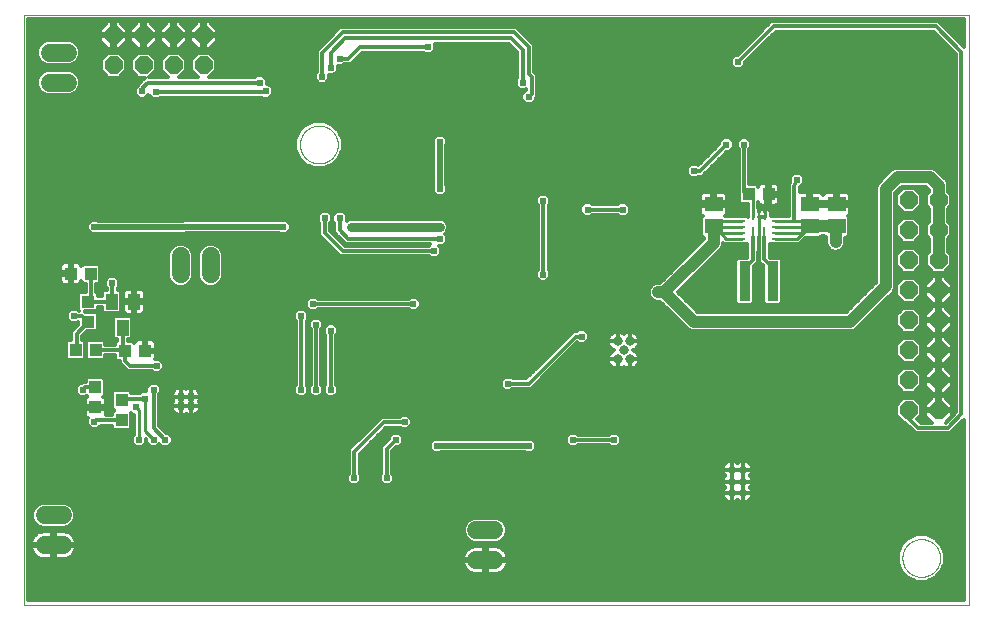
<source format=gbl>
G75*
%MOIN*%
%OFA0B0*%
%FSLAX25Y25*%
%IPPOS*%
%LPD*%
%AMOC8*
5,1,8,0,0,1.08239X$1,22.5*
%
%ADD10C,0.00000*%
%ADD11C,0.03000*%
%ADD12C,0.03181*%
%ADD13C,0.03200*%
%ADD14R,0.00900X0.07000*%
%ADD15R,0.02400X0.00900*%
%ADD16R,0.00900X0.02400*%
%ADD17R,0.05906X0.05118*%
%ADD18R,0.03937X0.04331*%
%ADD19R,0.03800X0.13200*%
%ADD20C,0.02787*%
%ADD21R,0.03937X0.05512*%
%ADD22R,0.04331X0.03937*%
%ADD23C,0.06000*%
%ADD24OC8,0.06000*%
%ADD25C,0.01181*%
%ADD26C,0.02381*%
%ADD27C,0.00984*%
%ADD28C,0.03937*%
%ADD29C,0.01969*%
%ADD30C,0.02953*%
D10*
X0027103Y0012487D02*
X0027103Y0209337D01*
X0342063Y0209337D01*
X0342063Y0012487D01*
X0027103Y0012487D01*
X0119229Y0166030D02*
X0119231Y0166188D01*
X0119237Y0166346D01*
X0119247Y0166504D01*
X0119261Y0166662D01*
X0119279Y0166819D01*
X0119300Y0166976D01*
X0119326Y0167132D01*
X0119356Y0167288D01*
X0119389Y0167443D01*
X0119427Y0167596D01*
X0119468Y0167749D01*
X0119513Y0167901D01*
X0119562Y0168052D01*
X0119615Y0168201D01*
X0119671Y0168349D01*
X0119731Y0168495D01*
X0119795Y0168640D01*
X0119863Y0168783D01*
X0119934Y0168925D01*
X0120008Y0169065D01*
X0120086Y0169202D01*
X0120168Y0169338D01*
X0120252Y0169472D01*
X0120341Y0169603D01*
X0120432Y0169732D01*
X0120527Y0169859D01*
X0120624Y0169984D01*
X0120725Y0170106D01*
X0120829Y0170225D01*
X0120936Y0170342D01*
X0121046Y0170456D01*
X0121159Y0170567D01*
X0121274Y0170676D01*
X0121392Y0170781D01*
X0121513Y0170883D01*
X0121636Y0170983D01*
X0121762Y0171079D01*
X0121890Y0171172D01*
X0122020Y0171262D01*
X0122153Y0171348D01*
X0122288Y0171432D01*
X0122424Y0171511D01*
X0122563Y0171588D01*
X0122704Y0171660D01*
X0122846Y0171730D01*
X0122990Y0171795D01*
X0123136Y0171857D01*
X0123283Y0171915D01*
X0123432Y0171970D01*
X0123582Y0172021D01*
X0123733Y0172068D01*
X0123885Y0172111D01*
X0124038Y0172150D01*
X0124193Y0172186D01*
X0124348Y0172217D01*
X0124504Y0172245D01*
X0124660Y0172269D01*
X0124817Y0172289D01*
X0124975Y0172305D01*
X0125132Y0172317D01*
X0125291Y0172325D01*
X0125449Y0172329D01*
X0125607Y0172329D01*
X0125765Y0172325D01*
X0125924Y0172317D01*
X0126081Y0172305D01*
X0126239Y0172289D01*
X0126396Y0172269D01*
X0126552Y0172245D01*
X0126708Y0172217D01*
X0126863Y0172186D01*
X0127018Y0172150D01*
X0127171Y0172111D01*
X0127323Y0172068D01*
X0127474Y0172021D01*
X0127624Y0171970D01*
X0127773Y0171915D01*
X0127920Y0171857D01*
X0128066Y0171795D01*
X0128210Y0171730D01*
X0128352Y0171660D01*
X0128493Y0171588D01*
X0128632Y0171511D01*
X0128768Y0171432D01*
X0128903Y0171348D01*
X0129036Y0171262D01*
X0129166Y0171172D01*
X0129294Y0171079D01*
X0129420Y0170983D01*
X0129543Y0170883D01*
X0129664Y0170781D01*
X0129782Y0170676D01*
X0129897Y0170567D01*
X0130010Y0170456D01*
X0130120Y0170342D01*
X0130227Y0170225D01*
X0130331Y0170106D01*
X0130432Y0169984D01*
X0130529Y0169859D01*
X0130624Y0169732D01*
X0130715Y0169603D01*
X0130804Y0169472D01*
X0130888Y0169338D01*
X0130970Y0169202D01*
X0131048Y0169065D01*
X0131122Y0168925D01*
X0131193Y0168783D01*
X0131261Y0168640D01*
X0131325Y0168495D01*
X0131385Y0168349D01*
X0131441Y0168201D01*
X0131494Y0168052D01*
X0131543Y0167901D01*
X0131588Y0167749D01*
X0131629Y0167596D01*
X0131667Y0167443D01*
X0131700Y0167288D01*
X0131730Y0167132D01*
X0131756Y0166976D01*
X0131777Y0166819D01*
X0131795Y0166662D01*
X0131809Y0166504D01*
X0131819Y0166346D01*
X0131825Y0166188D01*
X0131827Y0166030D01*
X0131825Y0165872D01*
X0131819Y0165714D01*
X0131809Y0165556D01*
X0131795Y0165398D01*
X0131777Y0165241D01*
X0131756Y0165084D01*
X0131730Y0164928D01*
X0131700Y0164772D01*
X0131667Y0164617D01*
X0131629Y0164464D01*
X0131588Y0164311D01*
X0131543Y0164159D01*
X0131494Y0164008D01*
X0131441Y0163859D01*
X0131385Y0163711D01*
X0131325Y0163565D01*
X0131261Y0163420D01*
X0131193Y0163277D01*
X0131122Y0163135D01*
X0131048Y0162995D01*
X0130970Y0162858D01*
X0130888Y0162722D01*
X0130804Y0162588D01*
X0130715Y0162457D01*
X0130624Y0162328D01*
X0130529Y0162201D01*
X0130432Y0162076D01*
X0130331Y0161954D01*
X0130227Y0161835D01*
X0130120Y0161718D01*
X0130010Y0161604D01*
X0129897Y0161493D01*
X0129782Y0161384D01*
X0129664Y0161279D01*
X0129543Y0161177D01*
X0129420Y0161077D01*
X0129294Y0160981D01*
X0129166Y0160888D01*
X0129036Y0160798D01*
X0128903Y0160712D01*
X0128768Y0160628D01*
X0128632Y0160549D01*
X0128493Y0160472D01*
X0128352Y0160400D01*
X0128210Y0160330D01*
X0128066Y0160265D01*
X0127920Y0160203D01*
X0127773Y0160145D01*
X0127624Y0160090D01*
X0127474Y0160039D01*
X0127323Y0159992D01*
X0127171Y0159949D01*
X0127018Y0159910D01*
X0126863Y0159874D01*
X0126708Y0159843D01*
X0126552Y0159815D01*
X0126396Y0159791D01*
X0126239Y0159771D01*
X0126081Y0159755D01*
X0125924Y0159743D01*
X0125765Y0159735D01*
X0125607Y0159731D01*
X0125449Y0159731D01*
X0125291Y0159735D01*
X0125132Y0159743D01*
X0124975Y0159755D01*
X0124817Y0159771D01*
X0124660Y0159791D01*
X0124504Y0159815D01*
X0124348Y0159843D01*
X0124193Y0159874D01*
X0124038Y0159910D01*
X0123885Y0159949D01*
X0123733Y0159992D01*
X0123582Y0160039D01*
X0123432Y0160090D01*
X0123283Y0160145D01*
X0123136Y0160203D01*
X0122990Y0160265D01*
X0122846Y0160330D01*
X0122704Y0160400D01*
X0122563Y0160472D01*
X0122424Y0160549D01*
X0122288Y0160628D01*
X0122153Y0160712D01*
X0122020Y0160798D01*
X0121890Y0160888D01*
X0121762Y0160981D01*
X0121636Y0161077D01*
X0121513Y0161177D01*
X0121392Y0161279D01*
X0121274Y0161384D01*
X0121159Y0161493D01*
X0121046Y0161604D01*
X0120936Y0161718D01*
X0120829Y0161835D01*
X0120725Y0161954D01*
X0120624Y0162076D01*
X0120527Y0162201D01*
X0120432Y0162328D01*
X0120341Y0162457D01*
X0120252Y0162588D01*
X0120168Y0162722D01*
X0120086Y0162858D01*
X0120008Y0162995D01*
X0119934Y0163135D01*
X0119863Y0163277D01*
X0119795Y0163420D01*
X0119731Y0163565D01*
X0119671Y0163711D01*
X0119615Y0163859D01*
X0119562Y0164008D01*
X0119513Y0164159D01*
X0119468Y0164311D01*
X0119427Y0164464D01*
X0119389Y0164617D01*
X0119356Y0164772D01*
X0119326Y0164928D01*
X0119300Y0165084D01*
X0119279Y0165241D01*
X0119261Y0165398D01*
X0119247Y0165556D01*
X0119237Y0165714D01*
X0119231Y0165872D01*
X0119229Y0166030D01*
X0320016Y0028235D02*
X0320018Y0028393D01*
X0320024Y0028551D01*
X0320034Y0028709D01*
X0320048Y0028867D01*
X0320066Y0029024D01*
X0320087Y0029181D01*
X0320113Y0029337D01*
X0320143Y0029493D01*
X0320176Y0029648D01*
X0320214Y0029801D01*
X0320255Y0029954D01*
X0320300Y0030106D01*
X0320349Y0030257D01*
X0320402Y0030406D01*
X0320458Y0030554D01*
X0320518Y0030700D01*
X0320582Y0030845D01*
X0320650Y0030988D01*
X0320721Y0031130D01*
X0320795Y0031270D01*
X0320873Y0031407D01*
X0320955Y0031543D01*
X0321039Y0031677D01*
X0321128Y0031808D01*
X0321219Y0031937D01*
X0321314Y0032064D01*
X0321411Y0032189D01*
X0321512Y0032311D01*
X0321616Y0032430D01*
X0321723Y0032547D01*
X0321833Y0032661D01*
X0321946Y0032772D01*
X0322061Y0032881D01*
X0322179Y0032986D01*
X0322300Y0033088D01*
X0322423Y0033188D01*
X0322549Y0033284D01*
X0322677Y0033377D01*
X0322807Y0033467D01*
X0322940Y0033553D01*
X0323075Y0033637D01*
X0323211Y0033716D01*
X0323350Y0033793D01*
X0323491Y0033865D01*
X0323633Y0033935D01*
X0323777Y0034000D01*
X0323923Y0034062D01*
X0324070Y0034120D01*
X0324219Y0034175D01*
X0324369Y0034226D01*
X0324520Y0034273D01*
X0324672Y0034316D01*
X0324825Y0034355D01*
X0324980Y0034391D01*
X0325135Y0034422D01*
X0325291Y0034450D01*
X0325447Y0034474D01*
X0325604Y0034494D01*
X0325762Y0034510D01*
X0325919Y0034522D01*
X0326078Y0034530D01*
X0326236Y0034534D01*
X0326394Y0034534D01*
X0326552Y0034530D01*
X0326711Y0034522D01*
X0326868Y0034510D01*
X0327026Y0034494D01*
X0327183Y0034474D01*
X0327339Y0034450D01*
X0327495Y0034422D01*
X0327650Y0034391D01*
X0327805Y0034355D01*
X0327958Y0034316D01*
X0328110Y0034273D01*
X0328261Y0034226D01*
X0328411Y0034175D01*
X0328560Y0034120D01*
X0328707Y0034062D01*
X0328853Y0034000D01*
X0328997Y0033935D01*
X0329139Y0033865D01*
X0329280Y0033793D01*
X0329419Y0033716D01*
X0329555Y0033637D01*
X0329690Y0033553D01*
X0329823Y0033467D01*
X0329953Y0033377D01*
X0330081Y0033284D01*
X0330207Y0033188D01*
X0330330Y0033088D01*
X0330451Y0032986D01*
X0330569Y0032881D01*
X0330684Y0032772D01*
X0330797Y0032661D01*
X0330907Y0032547D01*
X0331014Y0032430D01*
X0331118Y0032311D01*
X0331219Y0032189D01*
X0331316Y0032064D01*
X0331411Y0031937D01*
X0331502Y0031808D01*
X0331591Y0031677D01*
X0331675Y0031543D01*
X0331757Y0031407D01*
X0331835Y0031270D01*
X0331909Y0031130D01*
X0331980Y0030988D01*
X0332048Y0030845D01*
X0332112Y0030700D01*
X0332172Y0030554D01*
X0332228Y0030406D01*
X0332281Y0030257D01*
X0332330Y0030106D01*
X0332375Y0029954D01*
X0332416Y0029801D01*
X0332454Y0029648D01*
X0332487Y0029493D01*
X0332517Y0029337D01*
X0332543Y0029181D01*
X0332564Y0029024D01*
X0332582Y0028867D01*
X0332596Y0028709D01*
X0332606Y0028551D01*
X0332612Y0028393D01*
X0332614Y0028235D01*
X0332612Y0028077D01*
X0332606Y0027919D01*
X0332596Y0027761D01*
X0332582Y0027603D01*
X0332564Y0027446D01*
X0332543Y0027289D01*
X0332517Y0027133D01*
X0332487Y0026977D01*
X0332454Y0026822D01*
X0332416Y0026669D01*
X0332375Y0026516D01*
X0332330Y0026364D01*
X0332281Y0026213D01*
X0332228Y0026064D01*
X0332172Y0025916D01*
X0332112Y0025770D01*
X0332048Y0025625D01*
X0331980Y0025482D01*
X0331909Y0025340D01*
X0331835Y0025200D01*
X0331757Y0025063D01*
X0331675Y0024927D01*
X0331591Y0024793D01*
X0331502Y0024662D01*
X0331411Y0024533D01*
X0331316Y0024406D01*
X0331219Y0024281D01*
X0331118Y0024159D01*
X0331014Y0024040D01*
X0330907Y0023923D01*
X0330797Y0023809D01*
X0330684Y0023698D01*
X0330569Y0023589D01*
X0330451Y0023484D01*
X0330330Y0023382D01*
X0330207Y0023282D01*
X0330081Y0023186D01*
X0329953Y0023093D01*
X0329823Y0023003D01*
X0329690Y0022917D01*
X0329555Y0022833D01*
X0329419Y0022754D01*
X0329280Y0022677D01*
X0329139Y0022605D01*
X0328997Y0022535D01*
X0328853Y0022470D01*
X0328707Y0022408D01*
X0328560Y0022350D01*
X0328411Y0022295D01*
X0328261Y0022244D01*
X0328110Y0022197D01*
X0327958Y0022154D01*
X0327805Y0022115D01*
X0327650Y0022079D01*
X0327495Y0022048D01*
X0327339Y0022020D01*
X0327183Y0021996D01*
X0327026Y0021976D01*
X0326868Y0021960D01*
X0326711Y0021948D01*
X0326552Y0021940D01*
X0326394Y0021936D01*
X0326236Y0021936D01*
X0326078Y0021940D01*
X0325919Y0021948D01*
X0325762Y0021960D01*
X0325604Y0021976D01*
X0325447Y0021996D01*
X0325291Y0022020D01*
X0325135Y0022048D01*
X0324980Y0022079D01*
X0324825Y0022115D01*
X0324672Y0022154D01*
X0324520Y0022197D01*
X0324369Y0022244D01*
X0324219Y0022295D01*
X0324070Y0022350D01*
X0323923Y0022408D01*
X0323777Y0022470D01*
X0323633Y0022535D01*
X0323491Y0022605D01*
X0323350Y0022677D01*
X0323211Y0022754D01*
X0323075Y0022833D01*
X0322940Y0022917D01*
X0322807Y0023003D01*
X0322677Y0023093D01*
X0322549Y0023186D01*
X0322423Y0023282D01*
X0322300Y0023382D01*
X0322179Y0023484D01*
X0322061Y0023589D01*
X0321946Y0023698D01*
X0321833Y0023809D01*
X0321723Y0023923D01*
X0321616Y0024040D01*
X0321512Y0024159D01*
X0321411Y0024281D01*
X0321314Y0024406D01*
X0321219Y0024533D01*
X0321128Y0024662D01*
X0321039Y0024793D01*
X0320955Y0024927D01*
X0320873Y0025063D01*
X0320795Y0025200D01*
X0320721Y0025340D01*
X0320650Y0025482D01*
X0320582Y0025625D01*
X0320518Y0025770D01*
X0320458Y0025916D01*
X0320402Y0026064D01*
X0320349Y0026213D01*
X0320300Y0026364D01*
X0320255Y0026516D01*
X0320214Y0026669D01*
X0320176Y0026822D01*
X0320143Y0026977D01*
X0320113Y0027133D01*
X0320087Y0027289D01*
X0320066Y0027446D01*
X0320048Y0027603D01*
X0320034Y0027761D01*
X0320024Y0027919D01*
X0320018Y0028077D01*
X0320016Y0028235D01*
D11*
X0082876Y0078839D03*
X0079676Y0078839D03*
X0079676Y0082039D03*
X0082876Y0082039D03*
D12*
X0225103Y0094487D03*
X0229103Y0094487D03*
X0227103Y0097487D03*
X0229103Y0100487D03*
D13*
X0225103Y0100487D03*
D14*
X0270174Y0135302D03*
X0272103Y0135302D03*
X0274032Y0135302D03*
D15*
X0277615Y0134534D03*
X0277615Y0136502D03*
X0277615Y0138471D03*
X0277615Y0140439D03*
X0266591Y0140439D03*
X0266591Y0138471D03*
X0266591Y0136502D03*
X0266591Y0134534D03*
D16*
X0270134Y0142014D03*
X0272103Y0142014D03*
X0274071Y0142014D03*
D17*
X0289071Y0138746D03*
X0298087Y0138746D03*
X0298087Y0146227D03*
X0289071Y0146227D03*
X0257103Y0146227D03*
X0257103Y0138746D03*
D18*
X0268756Y0149455D03*
X0275449Y0149455D03*
X0067536Y0097329D03*
X0060843Y0097329D03*
X0051158Y0097605D03*
X0044465Y0097605D03*
X0051000Y0085124D03*
X0051000Y0078432D03*
X0059780Y0080833D03*
X0059780Y0074140D03*
X0049544Y0123038D03*
X0042851Y0123038D03*
D19*
X0267453Y0120518D03*
X0276753Y0120518D03*
D20*
X0267024Y0057664D03*
X0263087Y0057664D03*
X0263087Y0053727D03*
X0267024Y0053727D03*
X0267024Y0049790D03*
X0263087Y0049790D03*
D21*
X0063914Y0113707D03*
X0056434Y0113707D03*
X0060174Y0105046D03*
D22*
X0048560Y0107014D03*
X0048560Y0113707D03*
D23*
X0079465Y0122802D02*
X0079465Y0128802D01*
X0089465Y0128802D02*
X0089465Y0122802D01*
X0041756Y0186660D02*
X0035756Y0186660D01*
X0035756Y0196660D02*
X0041756Y0196660D01*
X0040103Y0042487D02*
X0034103Y0042487D01*
X0034103Y0032487D02*
X0040103Y0032487D01*
X0178040Y0037487D02*
X0184040Y0037487D01*
X0184040Y0027487D02*
X0178040Y0027487D01*
D24*
X0322103Y0077487D03*
X0332103Y0077487D03*
X0332103Y0087487D03*
X0322103Y0087487D03*
X0322103Y0097487D03*
X0332103Y0097487D03*
X0332103Y0107487D03*
X0322103Y0107487D03*
X0322103Y0117487D03*
X0332103Y0117487D03*
X0332103Y0127487D03*
X0322103Y0127487D03*
X0322103Y0137487D03*
X0332103Y0137487D03*
X0332103Y0147487D03*
X0322103Y0147487D03*
X0087103Y0192487D03*
X0077103Y0192487D03*
X0067103Y0192487D03*
X0057103Y0192487D03*
X0057103Y0202487D03*
X0067103Y0202487D03*
X0077103Y0202487D03*
X0087103Y0202487D03*
D25*
X0087512Y0202404D02*
X0129856Y0202404D01*
X0128677Y0201225D02*
X0091693Y0201225D01*
X0091693Y0200585D02*
X0091693Y0202077D01*
X0087512Y0202077D01*
X0087512Y0197896D01*
X0089004Y0197896D01*
X0091693Y0200585D01*
X0091153Y0200045D02*
X0127497Y0200045D01*
X0126317Y0198866D02*
X0089974Y0198866D01*
X0087512Y0198866D02*
X0086693Y0198866D01*
X0086693Y0197896D02*
X0085201Y0197896D01*
X0082512Y0200585D01*
X0082512Y0202077D01*
X0086693Y0202077D01*
X0086693Y0202896D01*
X0082512Y0202896D01*
X0082512Y0204388D01*
X0085201Y0207077D01*
X0086693Y0207077D01*
X0086693Y0202896D01*
X0087512Y0202896D01*
X0087512Y0207077D01*
X0089004Y0207077D01*
X0091693Y0204388D01*
X0091693Y0202896D01*
X0087512Y0202896D01*
X0087512Y0202077D01*
X0086693Y0202077D01*
X0086693Y0197896D01*
X0085367Y0196677D02*
X0088839Y0196677D01*
X0091293Y0194222D01*
X0091293Y0190751D01*
X0089023Y0188480D01*
X0104257Y0188480D01*
X0104857Y0189080D01*
X0106829Y0189080D01*
X0108224Y0187686D01*
X0108224Y0186128D01*
X0108798Y0186128D01*
X0110193Y0184733D01*
X0110193Y0182760D01*
X0108798Y0181365D01*
X0106825Y0181365D01*
X0106531Y0181660D01*
X0106209Y0181592D01*
X0106036Y0181706D01*
X0072689Y0181706D01*
X0072089Y0181106D01*
X0070117Y0181106D01*
X0068722Y0182500D01*
X0068722Y0182628D01*
X0067459Y0181365D01*
X0065487Y0181365D01*
X0064092Y0182760D01*
X0064092Y0184733D01*
X0065086Y0185726D01*
X0065086Y0185862D01*
X0066129Y0186906D01*
X0066129Y0186906D01*
X0066660Y0187437D01*
X0066660Y0187437D01*
X0067519Y0188296D01*
X0065367Y0188296D01*
X0062912Y0190751D01*
X0062912Y0194222D01*
X0065367Y0196677D01*
X0068839Y0196677D01*
X0071293Y0194222D01*
X0071293Y0190751D01*
X0069023Y0188480D01*
X0075183Y0188480D01*
X0072912Y0190751D01*
X0072912Y0194222D01*
X0075367Y0196677D01*
X0078839Y0196677D01*
X0081293Y0194222D01*
X0081293Y0190751D01*
X0079023Y0188480D01*
X0085183Y0188480D01*
X0082912Y0190751D01*
X0082912Y0194222D01*
X0085367Y0196677D01*
X0085196Y0196506D02*
X0079009Y0196506D01*
X0079004Y0197896D02*
X0081693Y0200585D01*
X0081693Y0202077D01*
X0077512Y0202077D01*
X0077512Y0197896D01*
X0079004Y0197896D01*
X0079974Y0198866D02*
X0084232Y0198866D01*
X0083052Y0200045D02*
X0081153Y0200045D01*
X0081693Y0201225D02*
X0082512Y0201225D01*
X0081693Y0202896D02*
X0081693Y0204388D01*
X0079004Y0207077D01*
X0077512Y0207077D01*
X0077512Y0202896D01*
X0076693Y0202896D01*
X0076693Y0202077D01*
X0072512Y0202077D01*
X0072512Y0200585D01*
X0075201Y0197896D01*
X0076693Y0197896D01*
X0076693Y0202077D01*
X0077512Y0202077D01*
X0077512Y0202896D01*
X0081693Y0202896D01*
X0081693Y0203584D02*
X0082512Y0203584D01*
X0082888Y0204764D02*
X0081318Y0204764D01*
X0080138Y0205943D02*
X0084067Y0205943D01*
X0086693Y0205943D02*
X0087512Y0205943D01*
X0087512Y0204764D02*
X0086693Y0204764D01*
X0086693Y0203584D02*
X0087512Y0203584D01*
X0086693Y0202404D02*
X0077512Y0202404D01*
X0076693Y0202404D02*
X0067512Y0202404D01*
X0067512Y0202077D02*
X0067512Y0202896D01*
X0066693Y0202896D01*
X0066693Y0202077D01*
X0062512Y0202077D01*
X0062512Y0200585D01*
X0065201Y0197896D01*
X0066693Y0197896D01*
X0066693Y0202077D01*
X0067512Y0202077D01*
X0067512Y0197896D01*
X0069004Y0197896D01*
X0071693Y0200585D01*
X0071693Y0202077D01*
X0067512Y0202077D01*
X0067512Y0202896D02*
X0071693Y0202896D01*
X0071693Y0204388D01*
X0069004Y0207077D01*
X0067512Y0207077D01*
X0067512Y0202896D01*
X0067512Y0203584D02*
X0066693Y0203584D01*
X0066693Y0202896D02*
X0066693Y0207077D01*
X0065201Y0207077D01*
X0062512Y0204388D01*
X0062512Y0202896D01*
X0066693Y0202896D01*
X0066693Y0202404D02*
X0057512Y0202404D01*
X0057512Y0202077D02*
X0057512Y0202896D01*
X0056693Y0202896D01*
X0056693Y0202077D01*
X0052512Y0202077D01*
X0052512Y0200585D01*
X0055201Y0197896D01*
X0056693Y0197896D01*
X0056693Y0202077D01*
X0057512Y0202077D01*
X0057512Y0197896D01*
X0059004Y0197896D01*
X0061693Y0200585D01*
X0061693Y0202077D01*
X0057512Y0202077D01*
X0057512Y0202896D02*
X0061693Y0202896D01*
X0061693Y0204388D01*
X0059004Y0207077D01*
X0057512Y0207077D01*
X0057512Y0202896D01*
X0057512Y0203584D02*
X0056693Y0203584D01*
X0056693Y0202896D02*
X0056693Y0207077D01*
X0055201Y0207077D01*
X0052512Y0204388D01*
X0052512Y0202896D01*
X0056693Y0202896D01*
X0056693Y0202404D02*
X0028693Y0202404D01*
X0028693Y0201225D02*
X0052512Y0201225D01*
X0053052Y0200045D02*
X0044297Y0200045D01*
X0044130Y0200212D02*
X0042590Y0200850D01*
X0034923Y0200850D01*
X0033383Y0200212D01*
X0032204Y0199034D01*
X0031566Y0197493D01*
X0031566Y0195826D01*
X0032204Y0194286D01*
X0033383Y0193107D01*
X0034923Y0192469D01*
X0042590Y0192469D01*
X0044130Y0193107D01*
X0045309Y0194286D01*
X0045947Y0195826D01*
X0045947Y0197493D01*
X0045309Y0199034D01*
X0044130Y0200212D01*
X0045379Y0198866D02*
X0054232Y0198866D01*
X0056693Y0198866D02*
X0057512Y0198866D01*
X0057512Y0200045D02*
X0056693Y0200045D01*
X0056693Y0201225D02*
X0057512Y0201225D01*
X0059974Y0198866D02*
X0064232Y0198866D01*
X0063052Y0200045D02*
X0061153Y0200045D01*
X0061693Y0201225D02*
X0062512Y0201225D01*
X0062512Y0203584D02*
X0061693Y0203584D01*
X0061318Y0204764D02*
X0062888Y0204764D01*
X0064067Y0205943D02*
X0060138Y0205943D01*
X0057512Y0205943D02*
X0056693Y0205943D01*
X0056693Y0204764D02*
X0057512Y0204764D01*
X0054067Y0205943D02*
X0028693Y0205943D01*
X0028693Y0204764D02*
X0052888Y0204764D01*
X0052512Y0203584D02*
X0028693Y0203584D01*
X0028693Y0207123D02*
X0276307Y0207123D01*
X0276365Y0207181D02*
X0275322Y0206138D01*
X0265154Y0195970D01*
X0264306Y0195970D01*
X0262911Y0194575D01*
X0262911Y0192603D01*
X0264306Y0191208D01*
X0266278Y0191208D01*
X0267673Y0192603D01*
X0267673Y0193451D01*
X0277841Y0203619D01*
X0330499Y0203619D01*
X0337920Y0196198D01*
X0337920Y0076807D01*
X0334436Y0073323D01*
X0334431Y0073323D01*
X0336693Y0075585D01*
X0336693Y0077077D01*
X0332512Y0077077D01*
X0332512Y0077896D01*
X0331693Y0077896D01*
X0331693Y0077077D01*
X0327512Y0077077D01*
X0327512Y0075585D01*
X0329775Y0073323D01*
X0326069Y0073323D01*
X0324967Y0074425D01*
X0326293Y0075751D01*
X0326293Y0079222D01*
X0323839Y0081677D01*
X0320367Y0081677D01*
X0317912Y0079222D01*
X0317912Y0075751D01*
X0320367Y0073296D01*
X0321058Y0073296D01*
X0321641Y0072713D01*
X0324593Y0069761D01*
X0335911Y0069761D01*
X0336955Y0070804D01*
X0340473Y0074322D01*
X0340473Y0014077D01*
X0028693Y0014077D01*
X0028693Y0207746D01*
X0340473Y0207746D01*
X0340473Y0198683D01*
X0340439Y0198717D01*
X0331974Y0207181D01*
X0276365Y0207181D01*
X0275127Y0205943D02*
X0090138Y0205943D01*
X0091318Y0204764D02*
X0132215Y0204764D01*
X0132664Y0205213D02*
X0131621Y0204169D01*
X0124731Y0197280D01*
X0124731Y0190254D01*
X0124131Y0189654D01*
X0124131Y0187681D01*
X0125526Y0186287D01*
X0127499Y0186287D01*
X0128893Y0187681D01*
X0128893Y0189239D01*
X0130451Y0189239D01*
X0131846Y0190634D01*
X0131846Y0192192D01*
X0133404Y0192192D01*
X0134004Y0192792D01*
X0136108Y0192792D01*
X0140045Y0196729D01*
X0160359Y0196729D01*
X0160959Y0196129D01*
X0162932Y0196129D01*
X0164326Y0197524D01*
X0164326Y0199497D01*
X0164141Y0199682D01*
X0188767Y0199682D01*
X0191660Y0196788D01*
X0191660Y0188286D01*
X0191060Y0187686D01*
X0191060Y0185713D01*
X0192455Y0184318D01*
X0194428Y0184318D01*
X0194613Y0184504D01*
X0194613Y0184159D01*
X0194424Y0184159D01*
X0193029Y0182764D01*
X0193029Y0180792D01*
X0194424Y0179397D01*
X0196396Y0179397D01*
X0197791Y0180792D01*
X0197791Y0181640D01*
X0198175Y0182024D01*
X0198175Y0189405D01*
X0197191Y0190390D01*
X0197191Y0199248D01*
X0196148Y0200291D01*
X0191226Y0205213D01*
X0132664Y0205213D01*
X0133402Y0203432D02*
X0190489Y0203432D01*
X0195410Y0198510D01*
X0195410Y0189652D01*
X0196394Y0188668D01*
X0196394Y0182762D01*
X0195410Y0181778D01*
X0193795Y0183531D02*
X0110193Y0183531D01*
X0110193Y0184710D02*
X0192063Y0184710D01*
X0191060Y0185890D02*
X0109036Y0185890D01*
X0108224Y0187069D02*
X0124743Y0187069D01*
X0124131Y0188249D02*
X0107661Y0188249D01*
X0105843Y0186699D02*
X0068441Y0186699D01*
X0066867Y0185124D01*
X0066867Y0184140D01*
X0066473Y0183746D01*
X0064092Y0183531D02*
X0044553Y0183531D01*
X0044130Y0183107D02*
X0045309Y0184286D01*
X0045947Y0185826D01*
X0045947Y0187493D01*
X0045309Y0189034D01*
X0044130Y0190212D01*
X0042590Y0190850D01*
X0034923Y0190850D01*
X0033383Y0190212D01*
X0032204Y0189034D01*
X0031566Y0187493D01*
X0031566Y0185826D01*
X0032204Y0184286D01*
X0033383Y0183107D01*
X0034923Y0182469D01*
X0042590Y0182469D01*
X0044130Y0183107D01*
X0045485Y0184710D02*
X0064092Y0184710D01*
X0065113Y0185890D02*
X0045947Y0185890D01*
X0045947Y0187069D02*
X0066293Y0187069D01*
X0067472Y0188249D02*
X0045634Y0188249D01*
X0044914Y0189429D02*
X0054234Y0189429D01*
X0055367Y0188296D02*
X0052912Y0190751D01*
X0052912Y0194222D01*
X0055367Y0196677D01*
X0058839Y0196677D01*
X0061293Y0194222D01*
X0061293Y0190751D01*
X0058839Y0188296D01*
X0055367Y0188296D01*
X0053055Y0190608D02*
X0043174Y0190608D01*
X0043793Y0192968D02*
X0052912Y0192968D01*
X0052912Y0194147D02*
X0045170Y0194147D01*
X0045740Y0195327D02*
X0054017Y0195327D01*
X0055196Y0196506D02*
X0045947Y0196506D01*
X0045867Y0197686D02*
X0125138Y0197686D01*
X0124731Y0196506D02*
X0089009Y0196506D01*
X0090189Y0195327D02*
X0124731Y0195327D01*
X0124731Y0194147D02*
X0091293Y0194147D01*
X0091293Y0192968D02*
X0124731Y0192968D01*
X0124731Y0191788D02*
X0091293Y0191788D01*
X0091151Y0190608D02*
X0124731Y0190608D01*
X0124131Y0189429D02*
X0089971Y0189429D01*
X0084234Y0189429D02*
X0079971Y0189429D01*
X0081151Y0190608D02*
X0083055Y0190608D01*
X0082912Y0191788D02*
X0081293Y0191788D01*
X0081293Y0192968D02*
X0082912Y0192968D01*
X0082912Y0194147D02*
X0081293Y0194147D01*
X0080189Y0195327D02*
X0084017Y0195327D01*
X0086693Y0200045D02*
X0087512Y0200045D01*
X0087512Y0201225D02*
X0086693Y0201225D01*
X0091693Y0203584D02*
X0131036Y0203584D01*
X0133402Y0203432D02*
X0126512Y0196542D01*
X0126512Y0188668D01*
X0128281Y0187069D02*
X0191060Y0187069D01*
X0191624Y0188249D02*
X0128893Y0188249D01*
X0130641Y0189429D02*
X0191660Y0189429D01*
X0191660Y0190608D02*
X0131820Y0190608D01*
X0131846Y0191788D02*
X0191660Y0191788D01*
X0191660Y0192968D02*
X0136284Y0192968D01*
X0137463Y0194147D02*
X0191660Y0194147D01*
X0191660Y0195327D02*
X0138643Y0195327D01*
X0139823Y0196506D02*
X0160582Y0196506D01*
X0161945Y0198510D02*
X0139308Y0198510D01*
X0135371Y0194573D01*
X0132418Y0194573D01*
X0129465Y0196542D02*
X0134386Y0201463D01*
X0189504Y0201463D01*
X0193441Y0197526D01*
X0193441Y0186699D01*
X0198175Y0187069D02*
X0337920Y0187069D01*
X0337920Y0185890D02*
X0198175Y0185890D01*
X0198175Y0184710D02*
X0337920Y0184710D01*
X0337920Y0183531D02*
X0198175Y0183531D01*
X0198175Y0182351D02*
X0337920Y0182351D01*
X0337920Y0181171D02*
X0197791Y0181171D01*
X0196991Y0179992D02*
X0337920Y0179992D01*
X0337920Y0178812D02*
X0028693Y0178812D01*
X0028693Y0177633D02*
X0337920Y0177633D01*
X0337920Y0176453D02*
X0028693Y0176453D01*
X0028693Y0175273D02*
X0337920Y0175273D01*
X0337920Y0174094D02*
X0028693Y0174094D01*
X0028693Y0172914D02*
X0121531Y0172914D01*
X0121059Y0172719D02*
X0118839Y0170499D01*
X0117638Y0167599D01*
X0117638Y0164461D01*
X0118839Y0161561D01*
X0121059Y0159341D01*
X0123959Y0158140D01*
X0127097Y0158140D01*
X0129997Y0159341D01*
X0132217Y0161561D01*
X0133418Y0164461D01*
X0133418Y0167599D01*
X0132217Y0170499D01*
X0129997Y0172719D01*
X0127097Y0173920D01*
X0123959Y0173920D01*
X0121059Y0172719D01*
X0120075Y0171734D02*
X0028693Y0171734D01*
X0028693Y0170555D02*
X0118895Y0170555D01*
X0118374Y0169375D02*
X0028693Y0169375D01*
X0028693Y0168196D02*
X0117885Y0168196D01*
X0117638Y0167016D02*
X0028693Y0167016D01*
X0028693Y0165836D02*
X0117638Y0165836D01*
X0117638Y0164657D02*
X0028693Y0164657D01*
X0028693Y0163477D02*
X0118046Y0163477D01*
X0118534Y0162298D02*
X0028693Y0162298D01*
X0028693Y0161118D02*
X0119282Y0161118D01*
X0120462Y0159938D02*
X0028693Y0159938D01*
X0028693Y0158759D02*
X0122465Y0158759D01*
X0128591Y0158759D02*
X0163708Y0158759D01*
X0163708Y0159938D02*
X0130594Y0159938D01*
X0131774Y0161118D02*
X0163708Y0161118D01*
X0163708Y0162298D02*
X0132522Y0162298D01*
X0133010Y0163477D02*
X0163708Y0163477D01*
X0163708Y0164657D02*
X0133418Y0164657D01*
X0133418Y0165836D02*
X0163693Y0165836D01*
X0163708Y0165822D02*
X0163708Y0152459D01*
X0163501Y0152252D01*
X0163501Y0150280D01*
X0164896Y0148885D01*
X0166869Y0148885D01*
X0168263Y0150280D01*
X0168263Y0152252D01*
X0168057Y0152459D01*
X0168057Y0165822D01*
X0168263Y0166028D01*
X0168263Y0168000D01*
X0166869Y0169395D01*
X0164896Y0169395D01*
X0163501Y0168000D01*
X0163501Y0166028D01*
X0163708Y0165822D01*
X0163501Y0167016D02*
X0133418Y0167016D01*
X0133171Y0168196D02*
X0163696Y0168196D01*
X0164876Y0169375D02*
X0132682Y0169375D01*
X0132161Y0170555D02*
X0337920Y0170555D01*
X0337920Y0171734D02*
X0130981Y0171734D01*
X0129525Y0172914D02*
X0337920Y0172914D01*
X0337920Y0169375D02*
X0166889Y0169375D01*
X0168068Y0168196D02*
X0260153Y0168196D01*
X0260369Y0168411D02*
X0258974Y0167016D01*
X0168263Y0167016D01*
X0168072Y0165836D02*
X0258642Y0165836D01*
X0258974Y0166168D02*
X0251937Y0159131D01*
X0251514Y0159553D01*
X0249542Y0159553D01*
X0248147Y0158158D01*
X0248147Y0156185D01*
X0249542Y0154791D01*
X0251514Y0154791D01*
X0252114Y0155391D01*
X0253234Y0155391D01*
X0261493Y0163649D01*
X0262341Y0163649D01*
X0263736Y0165044D01*
X0263736Y0167016D01*
X0264879Y0167016D01*
X0264879Y0165044D01*
X0265479Y0164444D01*
X0265479Y0150578D01*
X0265336Y0150160D01*
X0265479Y0149869D01*
X0265479Y0149544D01*
X0265597Y0149426D01*
X0265597Y0146797D01*
X0266295Y0146099D01*
X0268452Y0146099D01*
X0268452Y0141913D01*
X0268284Y0142080D01*
X0267330Y0142080D01*
X0267288Y0142122D01*
X0260923Y0142122D01*
X0260790Y0142255D01*
X0261032Y0142395D01*
X0261328Y0142691D01*
X0261538Y0143054D01*
X0261646Y0143458D01*
X0261646Y0145636D01*
X0257693Y0145636D01*
X0257693Y0146817D01*
X0256512Y0146817D01*
X0256512Y0145636D01*
X0252560Y0145636D01*
X0252560Y0143458D01*
X0252668Y0143054D01*
X0252877Y0142691D01*
X0253173Y0142395D01*
X0253416Y0142255D01*
X0252960Y0141799D01*
X0252960Y0135694D01*
X0253657Y0134997D01*
X0253944Y0134997D01*
X0253944Y0134543D01*
X0239377Y0119976D01*
X0238089Y0119976D01*
X0236928Y0119495D01*
X0236039Y0118607D01*
X0235558Y0117446D01*
X0235558Y0116189D01*
X0236039Y0115028D01*
X0236928Y0114139D01*
X0238089Y0113658D01*
X0239377Y0113658D01*
X0248739Y0104297D01*
X0249900Y0103816D01*
X0303322Y0103816D01*
X0304483Y0104297D01*
X0305372Y0105185D01*
X0317183Y0116996D01*
X0317663Y0118157D01*
X0317663Y0149958D01*
X0319750Y0152044D01*
X0327960Y0152044D01*
X0328944Y0151060D01*
X0328944Y0150254D01*
X0327912Y0149222D01*
X0327912Y0145751D01*
X0328944Y0144719D01*
X0328944Y0140254D01*
X0327912Y0139222D01*
X0327912Y0135751D01*
X0328944Y0134719D01*
X0328944Y0130254D01*
X0327912Y0129222D01*
X0327912Y0125751D01*
X0330367Y0123296D01*
X0333839Y0123296D01*
X0336293Y0125751D01*
X0336293Y0129222D01*
X0335262Y0130254D01*
X0335262Y0134719D01*
X0336293Y0135751D01*
X0336293Y0139222D01*
X0335262Y0140254D01*
X0335262Y0144719D01*
X0336293Y0145751D01*
X0336293Y0149222D01*
X0335262Y0150254D01*
X0335262Y0152997D01*
X0334781Y0154158D01*
X0331946Y0156993D01*
X0331058Y0157881D01*
X0329897Y0158362D01*
X0317813Y0158362D01*
X0316652Y0157881D01*
X0312715Y0153944D01*
X0311826Y0153056D01*
X0311345Y0151895D01*
X0311345Y0120094D01*
X0301385Y0110134D01*
X0251837Y0110134D01*
X0245153Y0116817D01*
X0259112Y0130776D01*
X0259781Y0131445D01*
X0260262Y0132606D01*
X0260262Y0133208D01*
X0260618Y0132851D01*
X0267288Y0132851D01*
X0267330Y0132893D01*
X0268284Y0132893D01*
X0268393Y0133002D01*
X0268393Y0128343D01*
X0268359Y0128309D01*
X0265060Y0128309D01*
X0264362Y0127611D01*
X0264362Y0113425D01*
X0265060Y0112728D01*
X0269846Y0112728D01*
X0270543Y0113425D01*
X0270543Y0125456D01*
X0271955Y0126867D01*
X0271955Y0130211D01*
X0272103Y0130211D01*
X0272251Y0130211D01*
X0272251Y0127025D01*
X0273662Y0125613D01*
X0273662Y0113425D01*
X0274360Y0112728D01*
X0279146Y0112728D01*
X0279843Y0113425D01*
X0279843Y0127611D01*
X0279146Y0128309D01*
X0276004Y0128309D01*
X0275813Y0128500D01*
X0275813Y0133002D01*
X0275921Y0132893D01*
X0276876Y0132893D01*
X0276918Y0132851D01*
X0285556Y0132851D01*
X0287524Y0134820D01*
X0287701Y0134997D01*
X0292517Y0134997D01*
X0293108Y0135587D01*
X0294051Y0135587D01*
X0294613Y0135025D01*
X0294613Y0132921D01*
X0295094Y0131760D01*
X0295983Y0130872D01*
X0297144Y0130391D01*
X0298401Y0130391D01*
X0299562Y0130872D01*
X0300450Y0131760D01*
X0300931Y0132921D01*
X0300931Y0134997D01*
X0301533Y0134997D01*
X0302230Y0135694D01*
X0302230Y0141799D01*
X0301774Y0142255D01*
X0302016Y0142395D01*
X0302313Y0142691D01*
X0302522Y0143054D01*
X0302630Y0143458D01*
X0302630Y0145636D01*
X0298678Y0145636D01*
X0298678Y0146817D01*
X0302630Y0146817D01*
X0302630Y0148995D01*
X0302522Y0149400D01*
X0302313Y0149762D01*
X0302016Y0150059D01*
X0301654Y0150268D01*
X0301249Y0150376D01*
X0298678Y0150376D01*
X0298678Y0146817D01*
X0297497Y0146817D01*
X0297497Y0150376D01*
X0294925Y0150376D01*
X0294520Y0150268D01*
X0294158Y0150059D01*
X0293862Y0149762D01*
X0293652Y0149400D01*
X0293579Y0149127D01*
X0293506Y0149400D01*
X0293297Y0149762D01*
X0293001Y0150059D01*
X0292638Y0150268D01*
X0292234Y0150376D01*
X0289662Y0150376D01*
X0289662Y0146817D01*
X0297496Y0146817D01*
X0297496Y0145636D01*
X0293544Y0145636D01*
X0289662Y0145636D01*
X0289662Y0146817D01*
X0288481Y0146817D01*
X0288481Y0150376D01*
X0285909Y0150376D01*
X0285774Y0150340D01*
X0285774Y0151830D01*
X0285778Y0151838D01*
X0285963Y0151838D01*
X0287358Y0153233D01*
X0287358Y0155205D01*
X0285963Y0156600D01*
X0283991Y0156600D01*
X0282596Y0155205D01*
X0282596Y0153439D01*
X0282529Y0153305D01*
X0282212Y0152988D01*
X0282212Y0152671D01*
X0282070Y0152387D01*
X0282212Y0151961D01*
X0282212Y0142122D01*
X0276918Y0142122D01*
X0276876Y0142080D01*
X0276112Y0142080D01*
X0276112Y0143424D01*
X0282212Y0143424D01*
X0282212Y0144603D02*
X0275296Y0144603D01*
X0275135Y0144696D02*
X0274731Y0144805D01*
X0274071Y0144805D01*
X0273412Y0144805D01*
X0273087Y0144718D01*
X0272762Y0144805D01*
X0272103Y0144805D01*
X0272103Y0143693D01*
X0272103Y0143692D01*
X0272103Y0144805D01*
X0271817Y0144805D01*
X0271817Y0146698D01*
X0271915Y0146797D01*
X0271915Y0146986D01*
X0271999Y0146676D01*
X0272208Y0146313D01*
X0272504Y0146017D01*
X0272867Y0145808D01*
X0273271Y0145699D01*
X0275056Y0145699D01*
X0275056Y0149061D01*
X0275843Y0149061D01*
X0275843Y0145699D01*
X0277627Y0145699D01*
X0278032Y0145808D01*
X0278394Y0146017D01*
X0278691Y0146313D01*
X0278900Y0146676D01*
X0279008Y0147080D01*
X0279008Y0149061D01*
X0275843Y0149061D01*
X0275843Y0149849D01*
X0275056Y0149849D01*
X0275056Y0153211D01*
X0273271Y0153211D01*
X0272867Y0153103D01*
X0272504Y0152893D01*
X0272208Y0152597D01*
X0271999Y0152234D01*
X0271915Y0151924D01*
X0271915Y0152114D01*
X0271218Y0152811D01*
X0269041Y0152811D01*
X0269041Y0164444D01*
X0269641Y0165044D01*
X0269641Y0167016D01*
X0337920Y0167016D01*
X0337920Y0165836D02*
X0269641Y0165836D01*
X0269641Y0167016D02*
X0268247Y0168411D01*
X0266274Y0168411D01*
X0264879Y0167016D01*
X0263736Y0167016D02*
X0262341Y0168411D01*
X0260369Y0168411D01*
X0258974Y0167016D02*
X0258974Y0166168D01*
X0257463Y0164657D02*
X0168057Y0164657D01*
X0168057Y0163477D02*
X0256283Y0163477D01*
X0255104Y0162298D02*
X0168057Y0162298D01*
X0168057Y0161118D02*
X0253924Y0161118D01*
X0252744Y0159938D02*
X0168057Y0159938D01*
X0168057Y0158759D02*
X0248748Y0158759D01*
X0248147Y0157579D02*
X0168057Y0157579D01*
X0168057Y0156400D02*
X0248147Y0156400D01*
X0249112Y0155220D02*
X0168057Y0155220D01*
X0168057Y0154040D02*
X0265479Y0154040D01*
X0265479Y0152861D02*
X0168057Y0152861D01*
X0168263Y0151681D02*
X0265479Y0151681D01*
X0265453Y0150501D02*
X0168263Y0150501D01*
X0167305Y0149322D02*
X0198956Y0149322D01*
X0199345Y0149710D02*
X0197950Y0148315D01*
X0197950Y0146343D01*
X0198550Y0145743D01*
X0198550Y0124309D01*
X0197950Y0123709D01*
X0197950Y0121737D01*
X0199345Y0120342D01*
X0201317Y0120342D01*
X0202712Y0121737D01*
X0202712Y0123709D01*
X0202112Y0124309D01*
X0202112Y0145743D01*
X0202712Y0146343D01*
X0202712Y0148315D01*
X0201317Y0149710D01*
X0199345Y0149710D01*
X0197950Y0148142D02*
X0028693Y0148142D01*
X0028693Y0146963D02*
X0197950Y0146963D01*
X0198510Y0145783D02*
X0028693Y0145783D01*
X0028693Y0144603D02*
X0198550Y0144603D01*
X0198550Y0143424D02*
X0133785Y0143424D01*
X0133404Y0143805D02*
X0131432Y0143805D01*
X0130037Y0142410D01*
X0130037Y0140437D01*
X0130637Y0139837D01*
X0130637Y0136749D01*
X0131680Y0135706D01*
X0134633Y0132753D01*
X0162702Y0132753D01*
X0162328Y0132378D01*
X0134140Y0132378D01*
X0129278Y0137240D01*
X0129278Y0139837D01*
X0129878Y0140437D01*
X0129878Y0142410D01*
X0128483Y0143805D01*
X0126510Y0143805D01*
X0125115Y0142410D01*
X0125115Y0140437D01*
X0125715Y0139837D01*
X0125715Y0135765D01*
X0132664Y0128816D01*
X0162328Y0128816D01*
X0162928Y0128216D01*
X0164900Y0128216D01*
X0166295Y0129611D01*
X0166295Y0131583D01*
X0165725Y0132153D01*
X0166869Y0132153D01*
X0168263Y0133548D01*
X0168263Y0135520D01*
X0167483Y0136300D01*
X0168143Y0136960D01*
X0168549Y0137940D01*
X0168549Y0139001D01*
X0168143Y0139982D01*
X0167393Y0140732D01*
X0166413Y0141138D01*
X0135824Y0141138D01*
X0134844Y0140732D01*
X0134799Y0140687D01*
X0134799Y0142410D01*
X0133404Y0143805D01*
X0134799Y0142244D02*
X0198550Y0142244D01*
X0198550Y0141065D02*
X0166590Y0141065D01*
X0168183Y0139885D02*
X0198550Y0139885D01*
X0198550Y0138705D02*
X0168549Y0138705D01*
X0168378Y0137526D02*
X0198550Y0137526D01*
X0198550Y0136346D02*
X0167529Y0136346D01*
X0168263Y0135166D02*
X0198550Y0135166D01*
X0198550Y0133987D02*
X0168263Y0133987D01*
X0167523Y0132807D02*
X0198550Y0132807D01*
X0198550Y0131628D02*
X0166250Y0131628D01*
X0166295Y0130448D02*
X0198550Y0130448D01*
X0198550Y0129268D02*
X0165953Y0129268D01*
X0163914Y0130597D02*
X0133402Y0130597D01*
X0127497Y0136502D01*
X0127497Y0141424D01*
X0129325Y0139885D02*
X0130589Y0139885D01*
X0130637Y0138705D02*
X0129278Y0138705D01*
X0129278Y0137526D02*
X0130637Y0137526D01*
X0131040Y0136346D02*
X0130172Y0136346D01*
X0131351Y0135166D02*
X0132219Y0135166D01*
X0132531Y0133987D02*
X0133399Y0133987D01*
X0133711Y0132807D02*
X0134578Y0132807D01*
X0135371Y0134534D02*
X0132418Y0137487D01*
X0132418Y0141424D01*
X0134799Y0141065D02*
X0135647Y0141065D01*
X0131051Y0143424D02*
X0128864Y0143424D01*
X0129878Y0142244D02*
X0130037Y0142244D01*
X0130037Y0141065D02*
X0129878Y0141065D01*
X0125668Y0139885D02*
X0115670Y0139885D01*
X0116098Y0139457D02*
X0114703Y0140852D01*
X0112731Y0140852D01*
X0112702Y0140823D01*
X0110500Y0140823D01*
X0110497Y0140826D01*
X0109598Y0140823D01*
X0108702Y0140823D01*
X0108699Y0140820D01*
X0051914Y0140649D01*
X0051711Y0140852D01*
X0049739Y0140852D01*
X0048344Y0139457D01*
X0048344Y0137485D01*
X0049739Y0136090D01*
X0051711Y0136090D01*
X0051921Y0136300D01*
X0109607Y0136473D01*
X0112347Y0136473D01*
X0112731Y0136090D01*
X0114703Y0136090D01*
X0116098Y0137485D01*
X0116098Y0139457D01*
X0116098Y0138705D02*
X0125715Y0138705D01*
X0125715Y0137526D02*
X0116098Y0137526D01*
X0114960Y0136346D02*
X0125715Y0136346D01*
X0126314Y0135166D02*
X0028693Y0135166D01*
X0028693Y0133987D02*
X0127493Y0133987D01*
X0128673Y0132807D02*
X0090745Y0132807D01*
X0090299Y0132992D02*
X0088631Y0132992D01*
X0087091Y0132354D01*
X0085912Y0131175D01*
X0085274Y0129635D01*
X0085274Y0121968D01*
X0085912Y0120428D01*
X0087091Y0119249D01*
X0088631Y0118611D01*
X0090299Y0118611D01*
X0091839Y0119249D01*
X0093018Y0120428D01*
X0093656Y0121968D01*
X0093656Y0129635D01*
X0093018Y0131175D01*
X0091839Y0132354D01*
X0090299Y0132992D01*
X0088185Y0132807D02*
X0080745Y0132807D01*
X0080299Y0132992D02*
X0078631Y0132992D01*
X0077091Y0132354D01*
X0075912Y0131175D01*
X0075274Y0129635D01*
X0075274Y0121968D01*
X0075912Y0120428D01*
X0077091Y0119249D01*
X0078631Y0118611D01*
X0080299Y0118611D01*
X0081839Y0119249D01*
X0083018Y0120428D01*
X0083656Y0121968D01*
X0083656Y0129635D01*
X0083018Y0131175D01*
X0081839Y0132354D01*
X0080299Y0132992D01*
X0078185Y0132807D02*
X0028693Y0132807D01*
X0028693Y0131628D02*
X0076365Y0131628D01*
X0075611Y0130448D02*
X0028693Y0130448D01*
X0028693Y0129268D02*
X0075274Y0129268D01*
X0075274Y0128089D02*
X0028693Y0128089D01*
X0028693Y0126909D02*
X0075274Y0126909D01*
X0075274Y0125730D02*
X0052670Y0125730D01*
X0052703Y0125696D02*
X0052005Y0126394D01*
X0047082Y0126394D01*
X0046385Y0125696D01*
X0046385Y0125507D01*
X0046302Y0125817D01*
X0046092Y0126180D01*
X0045796Y0126476D01*
X0045433Y0126685D01*
X0045029Y0126794D01*
X0043245Y0126794D01*
X0043245Y0123432D01*
X0042457Y0123432D01*
X0042457Y0126794D01*
X0040673Y0126794D01*
X0040268Y0126685D01*
X0039906Y0126476D01*
X0039610Y0126180D01*
X0039400Y0125817D01*
X0039292Y0125413D01*
X0039292Y0123432D01*
X0042457Y0123432D01*
X0042457Y0122644D01*
X0039292Y0122644D01*
X0039292Y0120663D01*
X0039400Y0120259D01*
X0039610Y0119896D01*
X0039906Y0119600D01*
X0040268Y0119390D01*
X0040673Y0119282D01*
X0042457Y0119282D01*
X0042457Y0122644D01*
X0043245Y0122644D01*
X0043245Y0119282D01*
X0045029Y0119282D01*
X0045433Y0119390D01*
X0045796Y0119600D01*
X0046092Y0119896D01*
X0046302Y0120259D01*
X0046385Y0120569D01*
X0046385Y0120379D01*
X0047082Y0119682D01*
X0047763Y0119682D01*
X0047763Y0116866D01*
X0045901Y0116866D01*
X0045204Y0116169D01*
X0045204Y0111245D01*
X0045725Y0110724D01*
X0045421Y0110724D01*
X0044821Y0111324D01*
X0042849Y0111324D01*
X0041454Y0109930D01*
X0041454Y0107957D01*
X0042849Y0106562D01*
X0044821Y0106562D01*
X0045204Y0106944D01*
X0045204Y0105941D01*
X0044082Y0104819D01*
X0043038Y0103776D01*
X0043038Y0100961D01*
X0042003Y0100961D01*
X0041306Y0100263D01*
X0041306Y0094946D01*
X0042003Y0094249D01*
X0046927Y0094249D01*
X0047624Y0094946D01*
X0047624Y0100263D01*
X0046927Y0100961D01*
X0046600Y0100961D01*
X0046600Y0102300D01*
X0048156Y0103855D01*
X0051218Y0103855D01*
X0051915Y0104553D01*
X0051915Y0109476D01*
X0051218Y0110173D01*
X0047919Y0110173D01*
X0047545Y0110548D01*
X0051218Y0110548D01*
X0051915Y0111245D01*
X0051915Y0111926D01*
X0053274Y0111926D01*
X0053274Y0110458D01*
X0053972Y0109761D01*
X0058895Y0109761D01*
X0059593Y0110458D01*
X0059593Y0116956D01*
X0058895Y0117654D01*
X0058411Y0117654D01*
X0058411Y0118184D01*
X0059011Y0118784D01*
X0059011Y0120756D01*
X0057617Y0122151D01*
X0055644Y0122151D01*
X0054249Y0120756D01*
X0054249Y0118784D01*
X0054849Y0118184D01*
X0054849Y0117654D01*
X0053972Y0117654D01*
X0053274Y0116956D01*
X0053274Y0115488D01*
X0051915Y0115488D01*
X0051915Y0116169D01*
X0051325Y0116759D01*
X0051325Y0119682D01*
X0052005Y0119682D01*
X0052703Y0120379D01*
X0052703Y0125696D01*
X0052703Y0124550D02*
X0075274Y0124550D01*
X0075274Y0123370D02*
X0052703Y0123370D01*
X0052703Y0122191D02*
X0075274Y0122191D01*
X0075671Y0121011D02*
X0058757Y0121011D01*
X0059011Y0119831D02*
X0076509Y0119831D01*
X0078533Y0118652D02*
X0058880Y0118652D01*
X0059076Y0117472D02*
X0060705Y0117472D01*
X0060673Y0117440D02*
X0060463Y0117077D01*
X0060355Y0116672D01*
X0060355Y0114101D01*
X0063520Y0114101D01*
X0063520Y0118054D01*
X0061736Y0118054D01*
X0061331Y0117945D01*
X0060969Y0117736D01*
X0060673Y0117440D01*
X0060355Y0116293D02*
X0059593Y0116293D01*
X0059593Y0115113D02*
X0060355Y0115113D01*
X0059593Y0113933D02*
X0063520Y0113933D01*
X0063520Y0114101D02*
X0063520Y0113313D01*
X0064308Y0113313D01*
X0064308Y0114101D01*
X0067473Y0114101D01*
X0067473Y0116672D01*
X0067365Y0117077D01*
X0067155Y0117440D01*
X0066859Y0117736D01*
X0066496Y0117945D01*
X0066092Y0118054D01*
X0064308Y0118054D01*
X0064308Y0114101D01*
X0063520Y0114101D01*
X0063520Y0113313D02*
X0060355Y0113313D01*
X0060355Y0110742D01*
X0060463Y0110337D01*
X0060673Y0109975D01*
X0060969Y0109678D01*
X0061331Y0109469D01*
X0061736Y0109361D01*
X0063520Y0109361D01*
X0063520Y0113313D01*
X0063520Y0112754D02*
X0064308Y0112754D01*
X0064308Y0113313D02*
X0064308Y0109361D01*
X0066092Y0109361D01*
X0066496Y0109469D01*
X0066859Y0109678D01*
X0067155Y0109975D01*
X0067365Y0110337D01*
X0067473Y0110742D01*
X0067473Y0113313D01*
X0064308Y0113313D01*
X0064308Y0113933D02*
X0121245Y0113933D01*
X0121178Y0113867D02*
X0121178Y0111894D01*
X0122573Y0110499D01*
X0124546Y0110499D01*
X0125146Y0111099D01*
X0155438Y0111099D01*
X0156038Y0110499D01*
X0158010Y0110499D01*
X0159405Y0111894D01*
X0159405Y0113867D01*
X0158010Y0115261D01*
X0156038Y0115261D01*
X0155438Y0114661D01*
X0125146Y0114661D01*
X0124546Y0115261D01*
X0122573Y0115261D01*
X0121178Y0113867D01*
X0121178Y0112754D02*
X0067473Y0112754D01*
X0067473Y0111574D02*
X0121498Y0111574D01*
X0120609Y0111324D02*
X0118636Y0111324D01*
X0117241Y0109930D01*
X0117241Y0107957D01*
X0117841Y0107357D01*
X0117841Y0085923D01*
X0117241Y0085323D01*
X0117241Y0083351D01*
X0118636Y0081956D01*
X0120609Y0081956D01*
X0122004Y0083351D01*
X0122004Y0085323D01*
X0121404Y0085923D01*
X0121404Y0107357D01*
X0122004Y0107957D01*
X0122004Y0109930D01*
X0120609Y0111324D01*
X0121539Y0110395D02*
X0242641Y0110395D01*
X0241461Y0111574D02*
X0159085Y0111574D01*
X0159405Y0112754D02*
X0240281Y0112754D01*
X0237424Y0113933D02*
X0159338Y0113933D01*
X0158159Y0115113D02*
X0236004Y0115113D01*
X0235558Y0116293D02*
X0067473Y0116293D01*
X0067473Y0115113D02*
X0122425Y0115113D01*
X0124694Y0115113D02*
X0155889Y0115113D01*
X0157024Y0112880D02*
X0123560Y0112880D01*
X0117706Y0110395D02*
X0067380Y0110395D01*
X0064308Y0110395D02*
X0063520Y0110395D01*
X0063520Y0111574D02*
X0064308Y0111574D01*
X0062635Y0108992D02*
X0057712Y0108992D01*
X0057015Y0108295D01*
X0057015Y0101797D01*
X0057712Y0101099D01*
X0058393Y0101099D01*
X0058393Y0100685D01*
X0058381Y0100685D01*
X0057684Y0099988D01*
X0057684Y0099386D01*
X0054317Y0099386D01*
X0054317Y0100263D01*
X0053620Y0100961D01*
X0048696Y0100961D01*
X0047999Y0100263D01*
X0047999Y0094946D01*
X0048696Y0094249D01*
X0053620Y0094249D01*
X0054317Y0094946D01*
X0054317Y0095824D01*
X0057684Y0095824D01*
X0057684Y0094671D01*
X0058381Y0093973D01*
X0059062Y0093973D01*
X0059062Y0093166D01*
X0060755Y0091473D01*
X0061798Y0090430D01*
X0069808Y0090430D01*
X0070408Y0089830D01*
X0072380Y0089830D01*
X0073775Y0091225D01*
X0073775Y0093197D01*
X0072380Y0094592D01*
X0070998Y0094592D01*
X0071095Y0094954D01*
X0071095Y0096935D01*
X0067930Y0096935D01*
X0067930Y0097723D01*
X0071095Y0097723D01*
X0071095Y0099704D01*
X0070987Y0100108D01*
X0070777Y0100471D01*
X0070481Y0100767D01*
X0070118Y0100977D01*
X0069714Y0101085D01*
X0067930Y0101085D01*
X0067930Y0097723D01*
X0067142Y0097723D01*
X0067142Y0101085D01*
X0065358Y0101085D01*
X0064953Y0100977D01*
X0064591Y0100767D01*
X0064295Y0100471D01*
X0064085Y0100108D01*
X0064002Y0099798D01*
X0064002Y0099988D01*
X0063305Y0100685D01*
X0061955Y0100685D01*
X0061955Y0101099D01*
X0062635Y0101099D01*
X0063333Y0101797D01*
X0063333Y0108295D01*
X0062635Y0108992D01*
X0063333Y0108035D02*
X0117241Y0108035D01*
X0117241Y0109215D02*
X0051915Y0109215D01*
X0051915Y0108035D02*
X0057015Y0108035D01*
X0057015Y0106856D02*
X0051915Y0106856D01*
X0051915Y0105676D02*
X0057015Y0105676D01*
X0057015Y0104497D02*
X0051859Y0104497D01*
X0048560Y0106778D02*
X0044819Y0103038D01*
X0044819Y0097959D01*
X0044465Y0097605D01*
X0041306Y0097419D02*
X0028693Y0097419D01*
X0028693Y0098598D02*
X0041306Y0098598D01*
X0041306Y0099778D02*
X0028693Y0099778D01*
X0028693Y0100958D02*
X0042000Y0100958D01*
X0043038Y0102137D02*
X0028693Y0102137D01*
X0028693Y0103317D02*
X0043038Y0103317D01*
X0043759Y0104497D02*
X0028693Y0104497D01*
X0028693Y0105676D02*
X0044939Y0105676D01*
X0045115Y0106856D02*
X0045204Y0106856D01*
X0043835Y0108943D02*
X0046630Y0108943D01*
X0048560Y0107014D01*
X0048560Y0106778D01*
X0047617Y0103317D02*
X0057015Y0103317D01*
X0057015Y0102137D02*
X0046600Y0102137D01*
X0046930Y0100958D02*
X0048693Y0100958D01*
X0047999Y0099778D02*
X0047624Y0099778D01*
X0047624Y0098598D02*
X0047999Y0098598D01*
X0047999Y0097419D02*
X0047624Y0097419D01*
X0047624Y0096239D02*
X0047999Y0096239D01*
X0047999Y0095060D02*
X0047624Y0095060D01*
X0051158Y0097605D02*
X0060567Y0097605D01*
X0060843Y0097329D01*
X0060843Y0093904D01*
X0062536Y0092211D01*
X0071394Y0092211D01*
X0073093Y0093880D02*
X0117841Y0093880D01*
X0117841Y0092700D02*
X0073775Y0092700D01*
X0073775Y0091521D02*
X0117841Y0091521D01*
X0117841Y0090341D02*
X0072892Y0090341D01*
X0069897Y0090341D02*
X0028693Y0090341D01*
X0028693Y0089162D02*
X0117841Y0089162D01*
X0117841Y0087982D02*
X0053961Y0087982D01*
X0054160Y0087783D02*
X0053462Y0088480D01*
X0048539Y0088480D01*
X0047841Y0087783D01*
X0047841Y0086906D01*
X0046838Y0086906D01*
X0046650Y0086718D01*
X0045802Y0086718D01*
X0044407Y0085323D01*
X0044407Y0083351D01*
X0045802Y0081956D01*
X0047774Y0081956D01*
X0048063Y0082245D01*
X0048298Y0082010D01*
X0048055Y0081870D01*
X0047759Y0081573D01*
X0047550Y0081211D01*
X0047441Y0080806D01*
X0047441Y0078825D01*
X0050607Y0078825D01*
X0050607Y0078038D01*
X0047441Y0078038D01*
X0047441Y0076057D01*
X0047550Y0075652D01*
X0047759Y0075290D01*
X0048055Y0074993D01*
X0048418Y0074784D01*
X0048586Y0074739D01*
X0048344Y0074497D01*
X0048344Y0072524D01*
X0049739Y0071129D01*
X0051711Y0071129D01*
X0052941Y0072359D01*
X0056621Y0072359D01*
X0056621Y0071482D01*
X0057318Y0070784D01*
X0062242Y0070784D01*
X0062939Y0071482D01*
X0062939Y0076630D01*
X0063518Y0076050D01*
X0063806Y0076050D01*
X0063806Y0069289D01*
X0063108Y0068591D01*
X0063108Y0066618D01*
X0064502Y0065224D01*
X0066475Y0065224D01*
X0067870Y0066618D01*
X0067870Y0067765D01*
X0068029Y0067606D01*
X0068029Y0066618D01*
X0069424Y0065224D01*
X0071396Y0065224D01*
X0072378Y0066206D01*
X0073361Y0065224D01*
X0075333Y0065224D01*
X0076728Y0066618D01*
X0076728Y0068591D01*
X0075333Y0069986D01*
X0074485Y0069986D01*
X0072191Y0072280D01*
X0072191Y0082751D01*
X0072791Y0083351D01*
X0072791Y0085323D01*
X0071396Y0086718D01*
X0069424Y0086718D01*
X0068029Y0085323D01*
X0068029Y0083765D01*
X0066471Y0083765D01*
X0065871Y0083165D01*
X0062939Y0083165D01*
X0062939Y0083492D01*
X0062242Y0084189D01*
X0057318Y0084189D01*
X0056621Y0083492D01*
X0056621Y0078175D01*
X0057309Y0077487D01*
X0056621Y0076799D01*
X0056621Y0075921D01*
X0054523Y0075921D01*
X0054560Y0076057D01*
X0054560Y0078038D01*
X0051394Y0078038D01*
X0051394Y0078825D01*
X0054560Y0078825D01*
X0054560Y0080806D01*
X0054451Y0081211D01*
X0054242Y0081573D01*
X0053946Y0081870D01*
X0053703Y0082010D01*
X0054160Y0082466D01*
X0054160Y0087783D01*
X0054160Y0086802D02*
X0117841Y0086802D01*
X0117541Y0085623D02*
X0072492Y0085623D01*
X0072791Y0084443D02*
X0077711Y0084443D01*
X0077706Y0084440D02*
X0077275Y0084010D01*
X0076937Y0083503D01*
X0076704Y0082941D01*
X0076586Y0082344D01*
X0076586Y0082039D01*
X0076586Y0081735D01*
X0076704Y0081138D01*
X0076937Y0080575D01*
X0077028Y0080439D01*
X0076937Y0080303D01*
X0076704Y0079741D01*
X0076586Y0079144D01*
X0076586Y0078839D01*
X0076586Y0078535D01*
X0076704Y0077938D01*
X0076937Y0077375D01*
X0077275Y0076869D01*
X0077706Y0076439D01*
X0078212Y0076101D01*
X0078775Y0075868D01*
X0079372Y0075749D01*
X0079676Y0075749D01*
X0079676Y0078839D01*
X0079676Y0078839D01*
X0079676Y0075749D01*
X0079980Y0075749D01*
X0080578Y0075868D01*
X0081140Y0076101D01*
X0081276Y0076192D01*
X0081412Y0076101D01*
X0081975Y0075868D01*
X0082572Y0075749D01*
X0082876Y0075749D01*
X0082876Y0078839D01*
X0082876Y0078839D01*
X0082876Y0075749D01*
X0083180Y0075749D01*
X0083778Y0075868D01*
X0084340Y0076101D01*
X0084846Y0076439D01*
X0085277Y0076869D01*
X0085615Y0077375D01*
X0085848Y0077938D01*
X0085967Y0078535D01*
X0085967Y0078839D01*
X0082876Y0078839D01*
X0079676Y0078839D01*
X0076586Y0078839D01*
X0079676Y0078839D01*
X0079676Y0078839D01*
X0079676Y0078839D01*
X0082767Y0078839D01*
X0082876Y0078839D01*
X0082876Y0078839D01*
X0082876Y0078839D01*
X0085967Y0078839D01*
X0085967Y0079144D01*
X0085848Y0079741D01*
X0085615Y0080303D01*
X0085524Y0080439D01*
X0085615Y0080575D01*
X0085848Y0081138D01*
X0085967Y0081735D01*
X0085967Y0082039D01*
X0082876Y0082039D01*
X0082876Y0082039D01*
X0082876Y0078840D01*
X0082876Y0078840D01*
X0082876Y0078949D01*
X0082876Y0082039D01*
X0079676Y0082039D01*
X0079676Y0082039D01*
X0079676Y0078840D01*
X0079676Y0078840D01*
X0079676Y0078949D01*
X0079676Y0082039D01*
X0076586Y0082039D01*
X0079676Y0082039D01*
X0079676Y0082039D01*
X0079676Y0082039D01*
X0082767Y0082039D01*
X0082876Y0082039D01*
X0082876Y0082039D01*
X0082876Y0082039D01*
X0085967Y0082039D01*
X0085967Y0082344D01*
X0085848Y0082941D01*
X0085615Y0083503D01*
X0085277Y0084010D01*
X0084846Y0084440D01*
X0084340Y0084778D01*
X0083778Y0085011D01*
X0083180Y0085130D01*
X0082876Y0085130D01*
X0082572Y0085130D01*
X0081975Y0085011D01*
X0081412Y0084778D01*
X0081276Y0084687D01*
X0081140Y0084778D01*
X0080578Y0085011D01*
X0079980Y0085130D01*
X0079676Y0085130D01*
X0079372Y0085130D01*
X0078775Y0085011D01*
X0078212Y0084778D01*
X0077706Y0084440D01*
X0076838Y0083263D02*
X0072704Y0083263D01*
X0072191Y0082084D02*
X0076586Y0082084D01*
X0076801Y0080904D02*
X0072191Y0080904D01*
X0072191Y0079725D02*
X0076701Y0079725D01*
X0076586Y0078545D02*
X0072191Y0078545D01*
X0072191Y0077365D02*
X0076944Y0077365D01*
X0078085Y0076186D02*
X0072191Y0076186D01*
X0072191Y0075006D02*
X0146159Y0075006D01*
X0146444Y0075291D02*
X0136601Y0065449D01*
X0135558Y0064405D01*
X0135558Y0056396D01*
X0134958Y0055796D01*
X0134958Y0053823D01*
X0136353Y0052428D01*
X0138325Y0052428D01*
X0139720Y0053823D01*
X0139720Y0055796D01*
X0139120Y0056396D01*
X0139120Y0062930D01*
X0147919Y0071729D01*
X0152485Y0071729D01*
X0153085Y0071129D01*
X0155058Y0071129D01*
X0156452Y0072524D01*
X0156452Y0074497D01*
X0155058Y0075891D01*
X0153085Y0075891D01*
X0152485Y0075291D01*
X0146444Y0075291D01*
X0147182Y0073510D02*
X0137339Y0063668D01*
X0137339Y0054809D01*
X0134958Y0054953D02*
X0028693Y0054953D01*
X0028693Y0056132D02*
X0135295Y0056132D01*
X0135558Y0057312D02*
X0028693Y0057312D01*
X0028693Y0058492D02*
X0135558Y0058492D01*
X0135558Y0059671D02*
X0028693Y0059671D01*
X0028693Y0060851D02*
X0135558Y0060851D01*
X0135558Y0062030D02*
X0028693Y0062030D01*
X0028693Y0063210D02*
X0135558Y0063210D01*
X0135558Y0064390D02*
X0028693Y0064390D01*
X0028693Y0065569D02*
X0064157Y0065569D01*
X0063108Y0066749D02*
X0028693Y0066749D01*
X0028693Y0067928D02*
X0063108Y0067928D01*
X0063625Y0069108D02*
X0028693Y0069108D01*
X0028693Y0070288D02*
X0063806Y0070288D01*
X0063806Y0071467D02*
X0062925Y0071467D01*
X0062939Y0072647D02*
X0063806Y0072647D01*
X0063806Y0073827D02*
X0062939Y0073827D01*
X0062939Y0075006D02*
X0063806Y0075006D01*
X0063383Y0076186D02*
X0062939Y0076186D01*
X0059780Y0074140D02*
X0051355Y0074140D01*
X0050725Y0073510D01*
X0048344Y0073827D02*
X0028693Y0073827D01*
X0028693Y0075006D02*
X0048043Y0075006D01*
X0047441Y0076186D02*
X0028693Y0076186D01*
X0028693Y0077365D02*
X0047441Y0077365D01*
X0047441Y0079725D02*
X0028693Y0079725D01*
X0028693Y0080904D02*
X0047468Y0080904D01*
X0047902Y0082084D02*
X0048224Y0082084D01*
X0045674Y0082084D02*
X0028693Y0082084D01*
X0028693Y0083263D02*
X0044494Y0083263D01*
X0044407Y0084443D02*
X0028693Y0084443D01*
X0028693Y0085623D02*
X0044706Y0085623D01*
X0046734Y0086802D02*
X0028693Y0086802D01*
X0028693Y0087982D02*
X0048040Y0087982D01*
X0047575Y0085124D02*
X0046788Y0084337D01*
X0047575Y0085124D02*
X0051000Y0085124D01*
X0054160Y0085623D02*
X0068328Y0085623D01*
X0068029Y0084443D02*
X0054160Y0084443D01*
X0054160Y0083263D02*
X0056621Y0083263D01*
X0056621Y0082084D02*
X0053777Y0082084D01*
X0054533Y0080904D02*
X0056621Y0080904D01*
X0056621Y0079725D02*
X0054560Y0079725D01*
X0054560Y0077365D02*
X0057188Y0077365D01*
X0056621Y0076186D02*
X0054560Y0076186D01*
X0056621Y0078545D02*
X0051394Y0078545D01*
X0050607Y0078545D02*
X0028693Y0078545D01*
X0028693Y0072647D02*
X0048344Y0072647D01*
X0049400Y0071467D02*
X0028693Y0071467D01*
X0052049Y0071467D02*
X0056635Y0071467D01*
X0066821Y0065569D02*
X0069078Y0065569D01*
X0068029Y0066749D02*
X0067870Y0066749D01*
X0071742Y0065569D02*
X0073015Y0065569D01*
X0074347Y0067605D02*
X0070410Y0071542D01*
X0070410Y0084337D01*
X0065969Y0083263D02*
X0062939Y0083263D01*
X0060331Y0081384D02*
X0059780Y0080833D01*
X0060331Y0081384D02*
X0067457Y0081384D01*
X0072191Y0073827D02*
X0144979Y0073827D01*
X0143799Y0072647D02*
X0072191Y0072647D01*
X0073003Y0071467D02*
X0142620Y0071467D01*
X0141440Y0070288D02*
X0074183Y0070288D01*
X0076211Y0069108D02*
X0140261Y0069108D01*
X0139081Y0067928D02*
X0076728Y0067928D01*
X0076728Y0066749D02*
X0137901Y0066749D01*
X0136722Y0065569D02*
X0075679Y0065569D01*
X0079676Y0076186D02*
X0079676Y0076186D01*
X0079676Y0077365D02*
X0079676Y0077365D01*
X0079676Y0078545D02*
X0079676Y0078545D01*
X0079676Y0079725D02*
X0079676Y0079725D01*
X0079676Y0080904D02*
X0079676Y0080904D01*
X0079676Y0082040D02*
X0079676Y0085130D01*
X0079676Y0082040D01*
X0079676Y0082040D01*
X0079676Y0082084D02*
X0079676Y0082084D01*
X0079676Y0083263D02*
X0079676Y0083263D01*
X0079676Y0084443D02*
X0079676Y0084443D01*
X0082876Y0084443D02*
X0082876Y0084443D01*
X0082876Y0085130D02*
X0082876Y0082040D01*
X0082876Y0082040D01*
X0082876Y0085130D01*
X0082876Y0083263D02*
X0082876Y0083263D01*
X0082876Y0082084D02*
X0082876Y0082084D01*
X0082876Y0080904D02*
X0082876Y0080904D01*
X0082876Y0079725D02*
X0082876Y0079725D01*
X0082876Y0078545D02*
X0082876Y0078545D01*
X0082876Y0077365D02*
X0082876Y0077365D01*
X0082876Y0076186D02*
X0082876Y0076186D01*
X0081285Y0076186D02*
X0081267Y0076186D01*
X0084467Y0076186D02*
X0317912Y0076186D01*
X0317912Y0077365D02*
X0085608Y0077365D01*
X0085967Y0078545D02*
X0317912Y0078545D01*
X0318414Y0079725D02*
X0085851Y0079725D01*
X0085751Y0080904D02*
X0319594Y0080904D01*
X0320367Y0083296D02*
X0323839Y0083296D01*
X0326293Y0085751D01*
X0326293Y0089222D01*
X0323839Y0091677D01*
X0320367Y0091677D01*
X0317912Y0089222D01*
X0317912Y0085751D01*
X0320367Y0083296D01*
X0319220Y0084443D02*
X0190025Y0084443D01*
X0190106Y0084524D02*
X0196148Y0084524D01*
X0197191Y0085568D01*
X0211718Y0100095D01*
X0212140Y0099672D01*
X0214113Y0099672D01*
X0215508Y0101067D01*
X0215508Y0103040D01*
X0214113Y0104435D01*
X0212140Y0104435D01*
X0211540Y0103835D01*
X0210420Y0103835D01*
X0194672Y0088087D01*
X0190106Y0088087D01*
X0189506Y0088687D01*
X0187534Y0088687D01*
X0186139Y0087292D01*
X0186139Y0085319D01*
X0187534Y0083924D01*
X0189506Y0083924D01*
X0190106Y0084524D01*
X0188520Y0086306D02*
X0195410Y0086306D01*
X0211158Y0102054D01*
X0213126Y0102054D01*
X0215508Y0102137D02*
X0222369Y0102137D01*
X0222275Y0101998D02*
X0222035Y0101417D01*
X0221912Y0100801D01*
X0221912Y0100487D01*
X0225103Y0100487D01*
X0225103Y0100487D01*
X0225103Y0103677D01*
X0225417Y0103677D01*
X0226033Y0103555D01*
X0226614Y0103314D01*
X0227111Y0102982D01*
X0227596Y0103306D01*
X0228175Y0103545D01*
X0228790Y0103668D01*
X0229103Y0103668D01*
X0229103Y0100487D01*
X0229103Y0100487D01*
X0232284Y0100487D01*
X0232284Y0100800D01*
X0232162Y0101415D01*
X0231922Y0101993D01*
X0231574Y0102514D01*
X0231131Y0102958D01*
X0230610Y0103306D01*
X0230031Y0103545D01*
X0229416Y0103668D01*
X0229103Y0103668D01*
X0229103Y0100487D01*
X0229103Y0100487D01*
X0232284Y0100487D01*
X0232284Y0100173D01*
X0232162Y0099559D01*
X0231922Y0098980D01*
X0231574Y0098459D01*
X0231131Y0098016D01*
X0230610Y0097668D01*
X0230284Y0097533D01*
X0230284Y0097487D01*
X0230173Y0097487D01*
X0230173Y0097487D01*
X0230173Y0097487D01*
X0230284Y0097487D01*
X0230284Y0097441D01*
X0230610Y0097306D01*
X0231131Y0096958D01*
X0231574Y0096514D01*
X0231922Y0095993D01*
X0232162Y0095415D01*
X0232284Y0094800D01*
X0232284Y0094487D01*
X0229103Y0094487D01*
X0229103Y0094487D01*
X0232284Y0094487D01*
X0232284Y0094173D01*
X0232162Y0093559D01*
X0231922Y0092980D01*
X0231574Y0092459D01*
X0231131Y0092016D01*
X0230610Y0091668D01*
X0230031Y0091428D01*
X0229416Y0091306D01*
X0229103Y0091306D01*
X0229103Y0094487D01*
X0229103Y0094487D01*
X0229103Y0091306D01*
X0228790Y0091306D01*
X0228175Y0091428D01*
X0227596Y0091668D01*
X0227103Y0091997D01*
X0226610Y0091668D01*
X0226031Y0091428D01*
X0225416Y0091306D01*
X0225103Y0091306D01*
X0225103Y0094487D01*
X0225103Y0094487D01*
X0221922Y0094487D01*
X0221922Y0094800D01*
X0222044Y0095415D01*
X0222284Y0095993D01*
X0222632Y0096514D01*
X0223075Y0096958D01*
X0223596Y0097306D01*
X0223922Y0097441D01*
X0223922Y0097487D01*
X0224008Y0097487D01*
X0224008Y0097487D01*
X0223922Y0097487D01*
X0223922Y0097522D01*
X0223592Y0097659D01*
X0223069Y0098008D01*
X0222625Y0098453D01*
X0222275Y0098975D01*
X0222035Y0099556D01*
X0221912Y0100172D01*
X0221912Y0100487D01*
X0225103Y0100487D01*
X0225103Y0103677D01*
X0224789Y0103677D01*
X0224172Y0103555D01*
X0223592Y0103314D01*
X0223069Y0102965D01*
X0222625Y0102520D01*
X0222275Y0101998D01*
X0221943Y0100958D02*
X0215398Y0100958D01*
X0214218Y0099778D02*
X0221991Y0099778D01*
X0222527Y0098598D02*
X0210222Y0098598D01*
X0209042Y0097419D02*
X0223869Y0097419D01*
X0222448Y0096239D02*
X0207862Y0096239D01*
X0206683Y0095060D02*
X0221973Y0095060D01*
X0221922Y0094487D02*
X0221922Y0094173D01*
X0222044Y0093559D01*
X0222284Y0092980D01*
X0222632Y0092459D01*
X0223075Y0092016D01*
X0223596Y0091668D01*
X0224175Y0091428D01*
X0224790Y0091306D01*
X0225103Y0091306D01*
X0225103Y0094487D01*
X0225103Y0094487D01*
X0221922Y0094487D01*
X0221980Y0093880D02*
X0205503Y0093880D01*
X0204324Y0092700D02*
X0222470Y0092700D01*
X0223950Y0091521D02*
X0203144Y0091521D01*
X0201964Y0090341D02*
X0319031Y0090341D01*
X0317912Y0089162D02*
X0200785Y0089162D01*
X0199605Y0087982D02*
X0317912Y0087982D01*
X0317912Y0086802D02*
X0198426Y0086802D01*
X0197246Y0085623D02*
X0318040Y0085623D01*
X0324986Y0084443D02*
X0328654Y0084443D01*
X0327512Y0085585D02*
X0330201Y0082896D01*
X0331693Y0082896D01*
X0331693Y0087077D01*
X0327512Y0087077D01*
X0327512Y0085585D01*
X0327512Y0085623D02*
X0326165Y0085623D01*
X0326293Y0086802D02*
X0327512Y0086802D01*
X0327512Y0087896D02*
X0331693Y0087896D01*
X0331693Y0087077D01*
X0332512Y0087077D01*
X0332512Y0082896D01*
X0334004Y0082896D01*
X0336693Y0085585D01*
X0336693Y0087077D01*
X0332512Y0087077D01*
X0332512Y0087896D01*
X0331693Y0087896D01*
X0331693Y0092077D01*
X0330201Y0092077D01*
X0327512Y0089388D01*
X0327512Y0087896D01*
X0327512Y0087982D02*
X0326293Y0087982D01*
X0326293Y0089162D02*
X0327512Y0089162D01*
X0328465Y0090341D02*
X0325175Y0090341D01*
X0323995Y0091521D02*
X0329645Y0091521D01*
X0330201Y0092896D02*
X0327512Y0095585D01*
X0327512Y0097077D01*
X0331693Y0097077D01*
X0331693Y0097896D01*
X0327512Y0097896D01*
X0327512Y0099388D01*
X0330201Y0102077D01*
X0331693Y0102077D01*
X0331693Y0097896D01*
X0332512Y0097896D01*
X0332512Y0102077D01*
X0334004Y0102077D01*
X0336693Y0099388D01*
X0336693Y0097896D01*
X0332512Y0097896D01*
X0332512Y0097077D01*
X0332512Y0092896D01*
X0334004Y0092896D01*
X0336693Y0095585D01*
X0336693Y0097077D01*
X0332512Y0097077D01*
X0331693Y0097077D01*
X0331693Y0092896D01*
X0330201Y0092896D01*
X0329217Y0093880D02*
X0324423Y0093880D01*
X0323839Y0093296D02*
X0326293Y0095751D01*
X0326293Y0099222D01*
X0323839Y0101677D01*
X0320367Y0101677D01*
X0317912Y0099222D01*
X0317912Y0095751D01*
X0320367Y0093296D01*
X0323839Y0093296D01*
X0325602Y0095060D02*
X0328038Y0095060D01*
X0327512Y0096239D02*
X0326293Y0096239D01*
X0326293Y0097419D02*
X0331693Y0097419D01*
X0332512Y0097419D02*
X0337920Y0097419D01*
X0337920Y0098598D02*
X0336693Y0098598D01*
X0336303Y0099778D02*
X0337920Y0099778D01*
X0337920Y0100958D02*
X0335124Y0100958D01*
X0334004Y0102896D02*
X0332512Y0102896D01*
X0332512Y0107077D01*
X0331693Y0107077D01*
X0327512Y0107077D01*
X0327512Y0105585D01*
X0330201Y0102896D01*
X0331693Y0102896D01*
X0331693Y0107077D01*
X0331693Y0107896D01*
X0327512Y0107896D01*
X0327512Y0109388D01*
X0330201Y0112077D01*
X0331693Y0112077D01*
X0331693Y0107896D01*
X0332512Y0107896D01*
X0332512Y0112077D01*
X0334004Y0112077D01*
X0336693Y0109388D01*
X0336693Y0107896D01*
X0332512Y0107896D01*
X0332512Y0107077D01*
X0336693Y0107077D01*
X0336693Y0105585D01*
X0334004Y0102896D01*
X0334425Y0103317D02*
X0337920Y0103317D01*
X0337920Y0104497D02*
X0335605Y0104497D01*
X0336693Y0105676D02*
X0337920Y0105676D01*
X0337920Y0106856D02*
X0336693Y0106856D01*
X0336693Y0108035D02*
X0337920Y0108035D01*
X0337920Y0109215D02*
X0336693Y0109215D01*
X0335687Y0110395D02*
X0337920Y0110395D01*
X0337920Y0111574D02*
X0334507Y0111574D01*
X0334004Y0112896D02*
X0332512Y0112896D01*
X0332512Y0117077D01*
X0331693Y0117077D01*
X0327512Y0117077D01*
X0327512Y0115585D01*
X0330201Y0112896D01*
X0331693Y0112896D01*
X0331693Y0117077D01*
X0331693Y0117896D01*
X0327512Y0117896D01*
X0327512Y0119388D01*
X0330201Y0122077D01*
X0331693Y0122077D01*
X0331693Y0117896D01*
X0332512Y0117896D01*
X0332512Y0122077D01*
X0334004Y0122077D01*
X0336693Y0119388D01*
X0336693Y0117896D01*
X0332512Y0117896D01*
X0332512Y0117077D01*
X0336693Y0117077D01*
X0336693Y0115585D01*
X0334004Y0112896D01*
X0335042Y0113933D02*
X0337920Y0113933D01*
X0337920Y0112754D02*
X0312940Y0112754D01*
X0314120Y0113933D02*
X0319730Y0113933D01*
X0320367Y0113296D02*
X0323839Y0113296D01*
X0326293Y0115751D01*
X0326293Y0119222D01*
X0323839Y0121677D01*
X0320367Y0121677D01*
X0317912Y0119222D01*
X0317912Y0115751D01*
X0320367Y0113296D01*
X0320367Y0111677D02*
X0317912Y0109222D01*
X0317912Y0105751D01*
X0320367Y0103296D01*
X0323839Y0103296D01*
X0326293Y0105751D01*
X0326293Y0109222D01*
X0323839Y0111677D01*
X0320367Y0111677D01*
X0320264Y0111574D02*
X0311760Y0111574D01*
X0310581Y0110395D02*
X0319084Y0110395D01*
X0317912Y0109215D02*
X0309401Y0109215D01*
X0308221Y0108035D02*
X0317912Y0108035D01*
X0317912Y0106856D02*
X0307042Y0106856D01*
X0305862Y0105676D02*
X0317987Y0105676D01*
X0319167Y0104497D02*
X0304683Y0104497D01*
X0301646Y0110395D02*
X0251576Y0110395D01*
X0250396Y0111574D02*
X0302825Y0111574D01*
X0304005Y0112754D02*
X0279172Y0112754D01*
X0279843Y0113933D02*
X0305184Y0113933D01*
X0306364Y0115113D02*
X0279843Y0115113D01*
X0279843Y0116293D02*
X0307544Y0116293D01*
X0308723Y0117472D02*
X0279843Y0117472D01*
X0279843Y0118652D02*
X0309903Y0118652D01*
X0311082Y0119831D02*
X0279843Y0119831D01*
X0279843Y0121011D02*
X0311345Y0121011D01*
X0311345Y0122191D02*
X0279843Y0122191D01*
X0279843Y0123370D02*
X0311345Y0123370D01*
X0311345Y0124550D02*
X0279843Y0124550D01*
X0279843Y0125730D02*
X0311345Y0125730D01*
X0311345Y0126909D02*
X0279843Y0126909D01*
X0279366Y0128089D02*
X0311345Y0128089D01*
X0311345Y0129268D02*
X0275813Y0129268D01*
X0275813Y0130448D02*
X0297005Y0130448D01*
X0298539Y0130448D02*
X0311345Y0130448D01*
X0311345Y0131628D02*
X0300318Y0131628D01*
X0300884Y0132807D02*
X0311345Y0132807D01*
X0311345Y0133987D02*
X0300931Y0133987D01*
X0301703Y0135166D02*
X0311345Y0135166D01*
X0311345Y0136346D02*
X0302230Y0136346D01*
X0302230Y0137526D02*
X0311345Y0137526D01*
X0311345Y0138705D02*
X0302230Y0138705D01*
X0302230Y0139885D02*
X0311345Y0139885D01*
X0311345Y0141065D02*
X0302230Y0141065D01*
X0301785Y0142244D02*
X0311345Y0142244D01*
X0311345Y0143424D02*
X0302621Y0143424D01*
X0302630Y0144603D02*
X0311345Y0144603D01*
X0311345Y0145783D02*
X0298678Y0145783D01*
X0298678Y0146963D02*
X0297497Y0146963D01*
X0297497Y0148142D02*
X0298678Y0148142D01*
X0298678Y0149322D02*
X0297497Y0149322D01*
X0293631Y0149322D02*
X0293527Y0149322D01*
X0289662Y0149322D02*
X0288481Y0149322D01*
X0288481Y0148142D02*
X0289662Y0148142D01*
X0289662Y0146963D02*
X0288481Y0146963D01*
X0289662Y0145783D02*
X0297496Y0145783D01*
X0302630Y0146963D02*
X0311345Y0146963D01*
X0311345Y0148142D02*
X0302630Y0148142D01*
X0302543Y0149322D02*
X0311345Y0149322D01*
X0311345Y0150501D02*
X0285774Y0150501D01*
X0285774Y0151681D02*
X0311345Y0151681D01*
X0311746Y0152861D02*
X0286986Y0152861D01*
X0287358Y0154040D02*
X0312811Y0154040D01*
X0313991Y0155220D02*
X0287343Y0155220D01*
X0286164Y0156400D02*
X0315170Y0156400D01*
X0316350Y0157579D02*
X0269041Y0157579D01*
X0269041Y0156400D02*
X0283790Y0156400D01*
X0282610Y0155220D02*
X0269041Y0155220D01*
X0269041Y0154040D02*
X0282596Y0154040D01*
X0282212Y0152861D02*
X0278427Y0152861D01*
X0278394Y0152893D02*
X0278032Y0153103D01*
X0277627Y0153211D01*
X0275843Y0153211D01*
X0275843Y0149849D01*
X0279008Y0149849D01*
X0279008Y0151830D01*
X0278900Y0152234D01*
X0278691Y0152597D01*
X0278394Y0152893D01*
X0279008Y0151681D02*
X0282212Y0151681D01*
X0282212Y0150501D02*
X0279008Y0150501D01*
X0279008Y0148142D02*
X0282212Y0148142D01*
X0282212Y0146963D02*
X0278977Y0146963D01*
X0277940Y0145783D02*
X0282212Y0145783D01*
X0282212Y0142244D02*
X0276112Y0142244D01*
X0276112Y0143424D02*
X0276003Y0143828D01*
X0275794Y0144191D01*
X0275498Y0144487D01*
X0275135Y0144696D01*
X0274071Y0144603D02*
X0274071Y0144603D01*
X0274071Y0144805D02*
X0274071Y0143692D01*
X0274071Y0143693D01*
X0274071Y0144805D01*
X0275056Y0145783D02*
X0275843Y0145783D01*
X0275843Y0146963D02*
X0275056Y0146963D01*
X0275056Y0148142D02*
X0275843Y0148142D01*
X0275843Y0149322D02*
X0282212Y0149322D01*
X0283993Y0152250D02*
X0284977Y0154219D01*
X0283993Y0152250D02*
X0283993Y0140439D01*
X0286691Y0133987D02*
X0294613Y0133987D01*
X0294660Y0132807D02*
X0275813Y0132807D01*
X0275813Y0131628D02*
X0295227Y0131628D01*
X0294472Y0135166D02*
X0292687Y0135166D01*
X0277103Y0124691D02*
X0277103Y0120868D01*
X0276753Y0120518D01*
X0273662Y0121011D02*
X0270543Y0121011D01*
X0270543Y0119831D02*
X0273662Y0119831D01*
X0273662Y0118652D02*
X0270543Y0118652D01*
X0270543Y0117472D02*
X0273662Y0117472D01*
X0273662Y0116293D02*
X0270543Y0116293D01*
X0270543Y0115113D02*
X0273662Y0115113D01*
X0273662Y0113933D02*
X0270543Y0113933D01*
X0269872Y0112754D02*
X0274333Y0112754D01*
X0265033Y0112754D02*
X0249217Y0112754D01*
X0248037Y0113933D02*
X0264362Y0113933D01*
X0264362Y0115113D02*
X0246857Y0115113D01*
X0245678Y0116293D02*
X0264362Y0116293D01*
X0264362Y0117472D02*
X0245808Y0117472D01*
X0246988Y0118652D02*
X0264362Y0118652D01*
X0264362Y0119831D02*
X0248167Y0119831D01*
X0249347Y0121011D02*
X0264362Y0121011D01*
X0264362Y0122191D02*
X0250526Y0122191D01*
X0251706Y0123370D02*
X0264362Y0123370D01*
X0264362Y0124550D02*
X0252886Y0124550D01*
X0254065Y0125730D02*
X0264362Y0125730D01*
X0264362Y0126909D02*
X0255245Y0126909D01*
X0256425Y0128089D02*
X0264840Y0128089D01*
X0268393Y0129268D02*
X0257604Y0129268D01*
X0258784Y0130448D02*
X0268393Y0130448D01*
X0268393Y0131628D02*
X0259857Y0131628D01*
X0260262Y0132807D02*
X0268393Y0132807D01*
X0270174Y0135302D02*
X0270174Y0127605D01*
X0268245Y0125676D01*
X0268245Y0121310D01*
X0267453Y0120518D01*
X0270543Y0122191D02*
X0273662Y0122191D01*
X0273662Y0123370D02*
X0270543Y0123370D01*
X0270543Y0124550D02*
X0273662Y0124550D01*
X0273546Y0125730D02*
X0270817Y0125730D01*
X0271955Y0126909D02*
X0272366Y0126909D01*
X0272251Y0128089D02*
X0271955Y0128089D01*
X0271955Y0129268D02*
X0272251Y0129268D01*
X0272103Y0130211D02*
X0272103Y0135302D01*
X0272103Y0135302D01*
X0272103Y0130211D01*
X0272103Y0130448D02*
X0272103Y0130448D01*
X0272103Y0131628D02*
X0272103Y0131628D01*
X0272103Y0132807D02*
X0272103Y0132807D01*
X0272103Y0133987D02*
X0272103Y0133987D01*
X0272103Y0135166D02*
X0272103Y0135166D01*
X0274032Y0135302D02*
X0274032Y0127762D01*
X0277103Y0124691D01*
X0253387Y0133987D02*
X0202112Y0133987D01*
X0202112Y0135166D02*
X0253487Y0135166D01*
X0252960Y0136346D02*
X0202112Y0136346D01*
X0202112Y0137526D02*
X0252960Y0137526D01*
X0252960Y0138705D02*
X0202112Y0138705D01*
X0202112Y0139885D02*
X0252960Y0139885D01*
X0252960Y0141065D02*
X0202112Y0141065D01*
X0202112Y0142244D02*
X0213860Y0142244D01*
X0214109Y0141995D02*
X0216081Y0141995D01*
X0216681Y0142595D01*
X0225320Y0142595D01*
X0225920Y0141995D01*
X0227892Y0141995D01*
X0229287Y0143390D01*
X0229287Y0145363D01*
X0227892Y0146758D01*
X0225920Y0146758D01*
X0225320Y0146158D01*
X0216681Y0146158D01*
X0216081Y0146758D01*
X0214109Y0146758D01*
X0212714Y0145363D01*
X0212714Y0143390D01*
X0214109Y0141995D01*
X0212714Y0143424D02*
X0202112Y0143424D01*
X0202112Y0144603D02*
X0212714Y0144603D01*
X0213134Y0145783D02*
X0202152Y0145783D01*
X0202712Y0146963D02*
X0252560Y0146963D01*
X0252560Y0146817D02*
X0252560Y0148995D01*
X0252668Y0149400D01*
X0252877Y0149762D01*
X0253173Y0150059D01*
X0253536Y0150268D01*
X0253941Y0150376D01*
X0256512Y0150376D01*
X0256512Y0146817D01*
X0252560Y0146817D01*
X0252560Y0148142D02*
X0202712Y0148142D01*
X0201706Y0149322D02*
X0252647Y0149322D01*
X0256512Y0149322D02*
X0257693Y0149322D01*
X0257693Y0150376D02*
X0257693Y0146817D01*
X0261646Y0146817D01*
X0261646Y0148995D01*
X0261538Y0149400D01*
X0261328Y0149762D01*
X0261032Y0150059D01*
X0260670Y0150268D01*
X0260265Y0150376D01*
X0257693Y0150376D01*
X0257693Y0148142D02*
X0256512Y0148142D01*
X0256512Y0146963D02*
X0257693Y0146963D01*
X0257693Y0145783D02*
X0268452Y0145783D01*
X0268452Y0144603D02*
X0261646Y0144603D01*
X0261637Y0143424D02*
X0268452Y0143424D01*
X0268452Y0142244D02*
X0260801Y0142244D01*
X0256512Y0145783D02*
X0228867Y0145783D01*
X0229287Y0144603D02*
X0252560Y0144603D01*
X0252569Y0143424D02*
X0229287Y0143424D01*
X0228141Y0142244D02*
X0253405Y0142244D01*
X0261646Y0146963D02*
X0265597Y0146963D01*
X0265597Y0148142D02*
X0261646Y0148142D01*
X0261559Y0149322D02*
X0265597Y0149322D01*
X0267260Y0150282D02*
X0267260Y0166030D01*
X0264879Y0165836D02*
X0263736Y0165836D01*
X0263349Y0164657D02*
X0265266Y0164657D01*
X0265479Y0163477D02*
X0261321Y0163477D01*
X0260141Y0162298D02*
X0265479Y0162298D01*
X0265479Y0161118D02*
X0258962Y0161118D01*
X0257782Y0159938D02*
X0265479Y0159938D01*
X0265479Y0158759D02*
X0256602Y0158759D01*
X0255423Y0157579D02*
X0265479Y0157579D01*
X0265479Y0156400D02*
X0254243Y0156400D01*
X0252497Y0157172D02*
X0261355Y0166030D01*
X0262556Y0168196D02*
X0266059Y0168196D01*
X0268462Y0168196D02*
X0337920Y0168196D01*
X0337920Y0164657D02*
X0269255Y0164657D01*
X0269041Y0163477D02*
X0337920Y0163477D01*
X0337920Y0162298D02*
X0269041Y0162298D01*
X0269041Y0161118D02*
X0337920Y0161118D01*
X0337920Y0159938D02*
X0269041Y0159938D01*
X0269041Y0158759D02*
X0337920Y0158759D01*
X0337920Y0157579D02*
X0331360Y0157579D01*
X0332539Y0156400D02*
X0337920Y0156400D01*
X0337920Y0155220D02*
X0333719Y0155220D01*
X0334830Y0154040D02*
X0337920Y0154040D01*
X0337920Y0152861D02*
X0335262Y0152861D01*
X0335262Y0151681D02*
X0337920Y0151681D01*
X0337920Y0150501D02*
X0335262Y0150501D01*
X0336194Y0149322D02*
X0337920Y0149322D01*
X0337920Y0148142D02*
X0336293Y0148142D01*
X0336293Y0146963D02*
X0337920Y0146963D01*
X0337920Y0145783D02*
X0336293Y0145783D01*
X0335262Y0144603D02*
X0337920Y0144603D01*
X0337920Y0143424D02*
X0335262Y0143424D01*
X0335262Y0142244D02*
X0337920Y0142244D01*
X0337920Y0141065D02*
X0335262Y0141065D01*
X0335631Y0139885D02*
X0337920Y0139885D01*
X0337920Y0138705D02*
X0336293Y0138705D01*
X0336293Y0137526D02*
X0337920Y0137526D01*
X0337920Y0136346D02*
X0336293Y0136346D01*
X0335709Y0135166D02*
X0337920Y0135166D01*
X0337920Y0133987D02*
X0335262Y0133987D01*
X0335262Y0132807D02*
X0337920Y0132807D01*
X0337920Y0131628D02*
X0335262Y0131628D01*
X0335262Y0130448D02*
X0337920Y0130448D01*
X0337920Y0129268D02*
X0336247Y0129268D01*
X0336293Y0128089D02*
X0337920Y0128089D01*
X0337920Y0126909D02*
X0336293Y0126909D01*
X0336272Y0125730D02*
X0337920Y0125730D01*
X0337920Y0124550D02*
X0335092Y0124550D01*
X0333913Y0123370D02*
X0337920Y0123370D01*
X0337920Y0122191D02*
X0317663Y0122191D01*
X0317663Y0123370D02*
X0320293Y0123370D01*
X0320367Y0123296D02*
X0323839Y0123296D01*
X0326293Y0125751D01*
X0326293Y0129222D01*
X0323839Y0131677D01*
X0320367Y0131677D01*
X0317912Y0129222D01*
X0317912Y0125751D01*
X0320367Y0123296D01*
X0319113Y0124550D02*
X0317663Y0124550D01*
X0317663Y0125730D02*
X0317934Y0125730D01*
X0317912Y0126909D02*
X0317663Y0126909D01*
X0317663Y0128089D02*
X0317912Y0128089D01*
X0317958Y0129268D02*
X0317663Y0129268D01*
X0317663Y0130448D02*
X0319138Y0130448D01*
X0320317Y0131628D02*
X0317663Y0131628D01*
X0317663Y0132807D02*
X0328944Y0132807D01*
X0328944Y0131628D02*
X0323888Y0131628D01*
X0325068Y0130448D02*
X0328944Y0130448D01*
X0327958Y0129268D02*
X0326247Y0129268D01*
X0326293Y0128089D02*
X0327912Y0128089D01*
X0327912Y0126909D02*
X0326293Y0126909D01*
X0326272Y0125730D02*
X0327934Y0125730D01*
X0329113Y0124550D02*
X0325092Y0124550D01*
X0323913Y0123370D02*
X0330293Y0123370D01*
X0329135Y0121011D02*
X0324505Y0121011D01*
X0325684Y0119831D02*
X0327956Y0119831D01*
X0327512Y0118652D02*
X0326293Y0118652D01*
X0326293Y0117472D02*
X0331693Y0117472D01*
X0332512Y0117472D02*
X0337920Y0117472D01*
X0337920Y0116293D02*
X0336693Y0116293D01*
X0336221Y0115113D02*
X0337920Y0115113D01*
X0337920Y0118652D02*
X0336693Y0118652D01*
X0336250Y0119831D02*
X0337920Y0119831D01*
X0337920Y0121011D02*
X0335070Y0121011D01*
X0332512Y0121011D02*
X0331693Y0121011D01*
X0331693Y0119831D02*
X0332512Y0119831D01*
X0332512Y0118652D02*
X0331693Y0118652D01*
X0331693Y0116293D02*
X0332512Y0116293D01*
X0332512Y0115113D02*
X0331693Y0115113D01*
X0331693Y0113933D02*
X0332512Y0113933D01*
X0332512Y0111574D02*
X0331693Y0111574D01*
X0331693Y0110395D02*
X0332512Y0110395D01*
X0332512Y0109215D02*
X0331693Y0109215D01*
X0331693Y0108035D02*
X0332512Y0108035D01*
X0332512Y0106856D02*
X0331693Y0106856D01*
X0331693Y0105676D02*
X0332512Y0105676D01*
X0332512Y0104497D02*
X0331693Y0104497D01*
X0331693Y0103317D02*
X0332512Y0103317D01*
X0332512Y0100958D02*
X0331693Y0100958D01*
X0331693Y0099778D02*
X0332512Y0099778D01*
X0332512Y0098598D02*
X0331693Y0098598D01*
X0331693Y0096239D02*
X0332512Y0096239D01*
X0332512Y0095060D02*
X0331693Y0095060D01*
X0331693Y0093880D02*
X0332512Y0093880D01*
X0332512Y0092077D02*
X0332512Y0087896D01*
X0336693Y0087896D01*
X0336693Y0089388D01*
X0334004Y0092077D01*
X0332512Y0092077D01*
X0332512Y0091521D02*
X0331693Y0091521D01*
X0331693Y0090341D02*
X0332512Y0090341D01*
X0332512Y0089162D02*
X0331693Y0089162D01*
X0331693Y0087982D02*
X0332512Y0087982D01*
X0332512Y0086802D02*
X0331693Y0086802D01*
X0331693Y0085623D02*
X0332512Y0085623D01*
X0332512Y0084443D02*
X0331693Y0084443D01*
X0331693Y0083263D02*
X0332512Y0083263D01*
X0332512Y0082077D02*
X0332512Y0077896D01*
X0336693Y0077896D01*
X0336693Y0079388D01*
X0334004Y0082077D01*
X0332512Y0082077D01*
X0331693Y0082077D02*
X0330201Y0082077D01*
X0327512Y0079388D01*
X0327512Y0077896D01*
X0331693Y0077896D01*
X0331693Y0082077D01*
X0331693Y0080904D02*
X0332512Y0080904D01*
X0332512Y0079725D02*
X0331693Y0079725D01*
X0331693Y0078545D02*
X0332512Y0078545D01*
X0332512Y0077365D02*
X0337920Y0077365D01*
X0337920Y0078545D02*
X0336693Y0078545D01*
X0336357Y0079725D02*
X0337920Y0079725D01*
X0337920Y0080904D02*
X0335177Y0080904D01*
X0334372Y0083263D02*
X0337920Y0083263D01*
X0337920Y0082084D02*
X0130579Y0082084D01*
X0130451Y0081956D02*
X0131846Y0083351D01*
X0131846Y0085323D01*
X0131246Y0085923D01*
X0131246Y0102436D01*
X0131846Y0103036D01*
X0131846Y0105008D01*
X0130451Y0106403D01*
X0128479Y0106403D01*
X0127084Y0105008D01*
X0127084Y0103036D01*
X0127684Y0102436D01*
X0127684Y0085923D01*
X0127084Y0085323D01*
X0127084Y0083351D01*
X0128479Y0081956D01*
X0130451Y0081956D01*
X0131759Y0083263D02*
X0329834Y0083263D01*
X0329028Y0080904D02*
X0324612Y0080904D01*
X0325791Y0079725D02*
X0327849Y0079725D01*
X0327512Y0078545D02*
X0326293Y0078545D01*
X0326293Y0077365D02*
X0331693Y0077365D01*
X0329271Y0073827D02*
X0325565Y0073827D01*
X0325549Y0075006D02*
X0328091Y0075006D01*
X0327512Y0076186D02*
X0326293Y0076186D01*
X0322378Y0077211D02*
X0322378Y0074495D01*
X0325331Y0071542D01*
X0335174Y0071542D01*
X0339701Y0076069D01*
X0339701Y0196935D01*
X0331237Y0205400D01*
X0277103Y0205400D01*
X0265292Y0193589D01*
X0263662Y0195327D02*
X0197191Y0195327D01*
X0197191Y0196506D02*
X0265690Y0196506D01*
X0266870Y0197686D02*
X0197191Y0197686D01*
X0197191Y0198866D02*
X0268050Y0198866D01*
X0269229Y0200045D02*
X0196394Y0200045D01*
X0195214Y0201225D02*
X0270409Y0201225D01*
X0271588Y0202404D02*
X0194035Y0202404D01*
X0192855Y0203584D02*
X0272768Y0203584D01*
X0273948Y0204764D02*
X0191675Y0204764D01*
X0189583Y0198866D02*
X0164326Y0198866D01*
X0164326Y0197686D02*
X0190763Y0197686D01*
X0191660Y0196506D02*
X0163309Y0196506D01*
X0161540Y0193298D02*
X0160540Y0193298D01*
X0160040Y0193798D01*
X0143040Y0188298D02*
X0141540Y0189798D01*
X0136040Y0185298D02*
X0135040Y0185298D01*
X0134040Y0186298D01*
X0129465Y0191621D02*
X0129465Y0196542D01*
X0109783Y0182351D02*
X0193029Y0182351D01*
X0193029Y0181171D02*
X0072155Y0181171D01*
X0070051Y0181171D02*
X0028693Y0181171D01*
X0028693Y0179992D02*
X0193829Y0179992D01*
X0198175Y0188249D02*
X0337920Y0188249D01*
X0337920Y0189429D02*
X0198152Y0189429D01*
X0197191Y0190608D02*
X0337920Y0190608D01*
X0337920Y0191788D02*
X0266858Y0191788D01*
X0267673Y0192968D02*
X0337920Y0192968D01*
X0337920Y0194147D02*
X0268369Y0194147D01*
X0269548Y0195327D02*
X0337920Y0195327D01*
X0337611Y0196506D02*
X0270728Y0196506D01*
X0271908Y0197686D02*
X0336432Y0197686D01*
X0335252Y0198866D02*
X0273087Y0198866D01*
X0274267Y0200045D02*
X0334073Y0200045D01*
X0332893Y0201225D02*
X0275446Y0201225D01*
X0276626Y0202404D02*
X0331713Y0202404D01*
X0330534Y0203584D02*
X0277806Y0203584D01*
X0262911Y0194147D02*
X0197191Y0194147D01*
X0197191Y0192968D02*
X0262911Y0192968D01*
X0263726Y0191788D02*
X0197191Y0191788D01*
X0158040Y0165798D02*
X0157540Y0166298D01*
X0156040Y0166298D01*
X0163708Y0157579D02*
X0028693Y0157579D01*
X0028693Y0156400D02*
X0163708Y0156400D01*
X0163708Y0155220D02*
X0028693Y0155220D01*
X0028693Y0154040D02*
X0163708Y0154040D01*
X0163708Y0152861D02*
X0028693Y0152861D01*
X0028693Y0151681D02*
X0163501Y0151681D01*
X0163501Y0150501D02*
X0028693Y0150501D01*
X0028693Y0149322D02*
X0164459Y0149322D01*
X0165882Y0134534D02*
X0135371Y0134534D01*
X0131032Y0130448D02*
X0093319Y0130448D01*
X0093656Y0129268D02*
X0132212Y0129268D01*
X0129852Y0131628D02*
X0092565Y0131628D01*
X0093656Y0128089D02*
X0198550Y0128089D01*
X0198550Y0126909D02*
X0093656Y0126909D01*
X0093656Y0125730D02*
X0198550Y0125730D01*
X0198550Y0124550D02*
X0093656Y0124550D01*
X0093656Y0123370D02*
X0197950Y0123370D01*
X0197950Y0122191D02*
X0093656Y0122191D01*
X0093259Y0121011D02*
X0198676Y0121011D01*
X0200331Y0122723D02*
X0200331Y0147329D01*
X0215095Y0144376D02*
X0226906Y0144376D01*
X0225671Y0142244D02*
X0216330Y0142244D01*
X0202112Y0132807D02*
X0252208Y0132807D01*
X0251028Y0131628D02*
X0202112Y0131628D01*
X0202112Y0130448D02*
X0249849Y0130448D01*
X0248669Y0129268D02*
X0202112Y0129268D01*
X0202112Y0128089D02*
X0247489Y0128089D01*
X0246310Y0126909D02*
X0202112Y0126909D01*
X0202112Y0125730D02*
X0245130Y0125730D01*
X0243951Y0124550D02*
X0202112Y0124550D01*
X0202712Y0123370D02*
X0242771Y0123370D01*
X0241591Y0122191D02*
X0202712Y0122191D01*
X0201987Y0121011D02*
X0240412Y0121011D01*
X0237739Y0119831D02*
X0092421Y0119831D01*
X0090397Y0118652D02*
X0236084Y0118652D01*
X0235569Y0117472D02*
X0067122Y0117472D01*
X0064308Y0117472D02*
X0063520Y0117472D01*
X0063520Y0116293D02*
X0064308Y0116293D01*
X0064308Y0115113D02*
X0063520Y0115113D01*
X0060355Y0112754D02*
X0059593Y0112754D01*
X0059593Y0111574D02*
X0060355Y0111574D01*
X0060448Y0110395D02*
X0059529Y0110395D01*
X0056434Y0113707D02*
X0048560Y0113707D01*
X0049544Y0114691D01*
X0049544Y0123038D01*
X0052703Y0121011D02*
X0054504Y0121011D01*
X0054249Y0119831D02*
X0052155Y0119831D01*
X0051325Y0118652D02*
X0054381Y0118652D01*
X0053791Y0117472D02*
X0051325Y0117472D01*
X0051792Y0116293D02*
X0053274Y0116293D01*
X0056434Y0113707D02*
X0056630Y0113904D01*
X0056630Y0119770D01*
X0047763Y0118652D02*
X0028693Y0118652D01*
X0028693Y0119831D02*
X0039674Y0119831D01*
X0039292Y0121011D02*
X0028693Y0121011D01*
X0028693Y0122191D02*
X0039292Y0122191D01*
X0039292Y0124550D02*
X0028693Y0124550D01*
X0028693Y0125730D02*
X0039377Y0125730D01*
X0042457Y0125730D02*
X0043245Y0125730D01*
X0043245Y0124550D02*
X0042457Y0124550D01*
X0042457Y0123370D02*
X0028693Y0123370D01*
X0028693Y0117472D02*
X0047763Y0117472D01*
X0046933Y0119831D02*
X0046028Y0119831D01*
X0043245Y0119831D02*
X0042457Y0119831D01*
X0042457Y0121011D02*
X0043245Y0121011D01*
X0043245Y0122191D02*
X0042457Y0122191D01*
X0046325Y0125730D02*
X0046418Y0125730D01*
X0045328Y0116293D02*
X0028693Y0116293D01*
X0028693Y0115113D02*
X0045204Y0115113D01*
X0045204Y0113933D02*
X0028693Y0113933D01*
X0028693Y0112754D02*
X0045204Y0112754D01*
X0045204Y0111574D02*
X0028693Y0111574D01*
X0028693Y0110395D02*
X0041919Y0110395D01*
X0041454Y0109215D02*
X0028693Y0109215D01*
X0028693Y0108035D02*
X0041454Y0108035D01*
X0042555Y0106856D02*
X0028693Y0106856D01*
X0028693Y0096239D02*
X0041306Y0096239D01*
X0041306Y0095060D02*
X0028693Y0095060D01*
X0028693Y0093880D02*
X0059062Y0093880D01*
X0059528Y0092700D02*
X0028693Y0092700D01*
X0028693Y0091521D02*
X0060707Y0091521D01*
X0057684Y0095060D02*
X0054317Y0095060D01*
X0054317Y0099778D02*
X0057684Y0099778D01*
X0058393Y0100958D02*
X0053623Y0100958D01*
X0060174Y0097998D02*
X0060174Y0105046D01*
X0063333Y0104497D02*
X0117841Y0104497D01*
X0117841Y0105676D02*
X0063333Y0105676D01*
X0063333Y0106856D02*
X0117841Y0106856D01*
X0119623Y0108943D02*
X0119623Y0084337D01*
X0122004Y0084443D02*
X0122163Y0084443D01*
X0122163Y0085323D02*
X0122163Y0083351D01*
X0123557Y0081956D01*
X0125530Y0081956D01*
X0126925Y0083351D01*
X0126925Y0085323D01*
X0126325Y0085923D01*
X0126325Y0104404D01*
X0126925Y0105004D01*
X0126925Y0106977D01*
X0125530Y0108372D01*
X0123557Y0108372D01*
X0122163Y0106977D01*
X0122163Y0105004D01*
X0122763Y0104404D01*
X0122763Y0085923D01*
X0122163Y0085323D01*
X0122462Y0085623D02*
X0121704Y0085623D01*
X0121404Y0086802D02*
X0122763Y0086802D01*
X0122763Y0087982D02*
X0121404Y0087982D01*
X0121404Y0089162D02*
X0122763Y0089162D01*
X0122763Y0090341D02*
X0121404Y0090341D01*
X0121404Y0091521D02*
X0122763Y0091521D01*
X0122763Y0092700D02*
X0121404Y0092700D01*
X0121404Y0093880D02*
X0122763Y0093880D01*
X0122763Y0095060D02*
X0121404Y0095060D01*
X0121404Y0096239D02*
X0122763Y0096239D01*
X0122763Y0097419D02*
X0121404Y0097419D01*
X0121404Y0098598D02*
X0122763Y0098598D01*
X0122763Y0099778D02*
X0121404Y0099778D01*
X0121404Y0100958D02*
X0122763Y0100958D01*
X0122763Y0102137D02*
X0121404Y0102137D01*
X0121404Y0103317D02*
X0122763Y0103317D01*
X0122670Y0104497D02*
X0121404Y0104497D01*
X0121404Y0105676D02*
X0122163Y0105676D01*
X0122163Y0106856D02*
X0121404Y0106856D01*
X0122004Y0108035D02*
X0123221Y0108035D01*
X0122004Y0109215D02*
X0243820Y0109215D01*
X0245000Y0108035D02*
X0125866Y0108035D01*
X0126925Y0106856D02*
X0246180Y0106856D01*
X0247359Y0105676D02*
X0131178Y0105676D01*
X0131846Y0104497D02*
X0248539Y0104497D01*
X0232253Y0100958D02*
X0319648Y0100958D01*
X0318468Y0099778D02*
X0232205Y0099778D01*
X0231667Y0098598D02*
X0317912Y0098598D01*
X0317912Y0097419D02*
X0230337Y0097419D01*
X0231758Y0096239D02*
X0317912Y0096239D01*
X0318604Y0095060D02*
X0232232Y0095060D01*
X0232226Y0093880D02*
X0319783Y0093880D01*
X0320211Y0091521D02*
X0230255Y0091521D01*
X0229103Y0091521D02*
X0229103Y0091521D01*
X0227950Y0091521D02*
X0226255Y0091521D01*
X0225103Y0091521D02*
X0225103Y0091521D01*
X0225103Y0092700D02*
X0225103Y0092700D01*
X0225103Y0093880D02*
X0225103Y0093880D01*
X0229103Y0093880D02*
X0229103Y0093880D01*
X0229103Y0092700D02*
X0229103Y0092700D01*
X0231735Y0092700D02*
X0337920Y0092700D01*
X0337920Y0091521D02*
X0334561Y0091521D01*
X0335740Y0090341D02*
X0337920Y0090341D01*
X0337920Y0089162D02*
X0336693Y0089162D01*
X0336693Y0087982D02*
X0337920Y0087982D01*
X0337920Y0086802D02*
X0336693Y0086802D01*
X0336693Y0085623D02*
X0337920Y0085623D01*
X0337920Y0084443D02*
X0335551Y0084443D01*
X0336693Y0076186D02*
X0337299Y0076186D01*
X0336119Y0075006D02*
X0336114Y0075006D01*
X0334940Y0073827D02*
X0334935Y0073827D01*
X0337618Y0071467D02*
X0340473Y0071467D01*
X0340473Y0070288D02*
X0336439Y0070288D01*
X0338798Y0072647D02*
X0340473Y0072647D01*
X0340473Y0073827D02*
X0339977Y0073827D01*
X0340473Y0069108D02*
X0225817Y0069108D01*
X0226334Y0068591D02*
X0224940Y0069986D01*
X0222967Y0069986D01*
X0222367Y0069386D01*
X0211760Y0069386D01*
X0211160Y0069986D01*
X0209187Y0069986D01*
X0207793Y0068591D01*
X0207793Y0066618D01*
X0209187Y0065224D01*
X0211160Y0065224D01*
X0211760Y0065824D01*
X0222367Y0065824D01*
X0222967Y0065224D01*
X0224940Y0065224D01*
X0226334Y0066618D01*
X0226334Y0068591D01*
X0226334Y0067928D02*
X0340473Y0067928D01*
X0340473Y0066749D02*
X0226334Y0066749D01*
X0225285Y0065569D02*
X0340473Y0065569D01*
X0340473Y0064390D02*
X0197531Y0064390D01*
X0197791Y0064650D02*
X0197791Y0066623D01*
X0196396Y0068017D01*
X0194424Y0068017D01*
X0194217Y0067811D01*
X0166091Y0067811D01*
X0165884Y0068017D01*
X0163912Y0068017D01*
X0162517Y0066623D01*
X0162517Y0064650D01*
X0163912Y0063255D01*
X0165884Y0063255D01*
X0166091Y0063461D01*
X0194217Y0063461D01*
X0194424Y0063255D01*
X0196396Y0063255D01*
X0197791Y0064650D01*
X0197791Y0065569D02*
X0208842Y0065569D01*
X0207793Y0066749D02*
X0197665Y0066749D01*
X0196485Y0067928D02*
X0207793Y0067928D01*
X0208310Y0069108D02*
X0152983Y0069108D01*
X0153500Y0068591D02*
X0152105Y0069986D01*
X0150132Y0069986D01*
X0148737Y0068591D01*
X0148737Y0067743D01*
X0146385Y0065390D01*
X0146385Y0056396D01*
X0145785Y0055796D01*
X0145785Y0053823D01*
X0147180Y0052428D01*
X0149152Y0052428D01*
X0150547Y0053823D01*
X0150547Y0055796D01*
X0149947Y0056396D01*
X0149947Y0063914D01*
X0151256Y0065224D01*
X0152105Y0065224D01*
X0153500Y0066618D01*
X0153500Y0068591D01*
X0153500Y0067928D02*
X0163823Y0067928D01*
X0162643Y0066749D02*
X0153500Y0066749D01*
X0152450Y0065569D02*
X0162517Y0065569D01*
X0162777Y0064390D02*
X0150422Y0064390D01*
X0149947Y0063210D02*
X0340473Y0063210D01*
X0340473Y0062030D02*
X0149947Y0062030D01*
X0149947Y0060851D02*
X0340473Y0060851D01*
X0340473Y0059671D02*
X0269237Y0059671D01*
X0269342Y0059566D02*
X0268926Y0059982D01*
X0268438Y0060308D01*
X0267895Y0060533D01*
X0267318Y0060648D01*
X0267024Y0060648D01*
X0266730Y0060648D01*
X0266154Y0060533D01*
X0265611Y0060308D01*
X0265122Y0059982D01*
X0265056Y0059916D01*
X0264989Y0059982D01*
X0264501Y0060308D01*
X0263958Y0060533D01*
X0263381Y0060648D01*
X0263087Y0060648D01*
X0262793Y0060648D01*
X0262217Y0060533D01*
X0261674Y0060308D01*
X0261185Y0059982D01*
X0260769Y0059566D01*
X0260442Y0059077D01*
X0260218Y0058534D01*
X0260103Y0057958D01*
X0260103Y0057664D01*
X0263087Y0057664D01*
X0263087Y0060648D01*
X0263087Y0057664D01*
X0263087Y0057664D01*
X0263087Y0057664D01*
X0260103Y0057664D01*
X0260103Y0057370D01*
X0260218Y0056793D01*
X0260442Y0056250D01*
X0260769Y0055761D01*
X0260835Y0055695D01*
X0260769Y0055629D01*
X0260442Y0055140D01*
X0260218Y0054597D01*
X0260103Y0054021D01*
X0260103Y0053727D01*
X0263087Y0053727D01*
X0263087Y0057664D01*
X0267024Y0057664D01*
X0267024Y0060648D01*
X0267024Y0057664D01*
X0267024Y0057664D01*
X0267024Y0057664D01*
X0270008Y0057664D01*
X0270008Y0057958D01*
X0269894Y0058534D01*
X0269669Y0059077D01*
X0269342Y0059566D01*
X0269902Y0058492D02*
X0340473Y0058492D01*
X0340473Y0057312D02*
X0269997Y0057312D01*
X0270008Y0057370D02*
X0270008Y0057664D01*
X0267024Y0057664D01*
X0267024Y0057664D01*
X0264040Y0057664D01*
X0263087Y0057664D01*
X0263087Y0057664D01*
X0263087Y0057664D01*
X0263087Y0056711D01*
X0263087Y0053727D01*
X0263087Y0053727D01*
X0263087Y0053727D01*
X0267024Y0053727D01*
X0267024Y0056711D01*
X0267024Y0057664D01*
X0267024Y0057664D01*
X0267024Y0053727D01*
X0267024Y0053727D01*
X0267024Y0053727D01*
X0270008Y0053727D01*
X0270008Y0054021D01*
X0269894Y0054597D01*
X0269669Y0055140D01*
X0269342Y0055629D01*
X0269276Y0055695D01*
X0269342Y0055761D01*
X0269669Y0056250D01*
X0269894Y0056793D01*
X0270008Y0057370D01*
X0269590Y0056132D02*
X0340473Y0056132D01*
X0340473Y0054953D02*
X0269746Y0054953D01*
X0270008Y0053773D02*
X0340473Y0053773D01*
X0340473Y0052594D02*
X0269785Y0052594D01*
X0269894Y0052856D02*
X0270008Y0053433D01*
X0270008Y0053727D01*
X0267024Y0053727D01*
X0267024Y0053727D01*
X0266071Y0053727D01*
X0263087Y0053727D01*
X0263087Y0053727D01*
X0260103Y0053727D01*
X0260103Y0053433D01*
X0260218Y0052856D01*
X0260442Y0052313D01*
X0260769Y0051824D01*
X0260835Y0051758D01*
X0260769Y0051692D01*
X0260442Y0051203D01*
X0260218Y0050660D01*
X0260103Y0050084D01*
X0260103Y0049790D01*
X0263087Y0049790D01*
X0263087Y0050743D01*
X0263087Y0053727D01*
X0263087Y0053727D01*
X0263087Y0049790D01*
X0263087Y0049790D01*
X0263087Y0049790D01*
X0267024Y0049790D01*
X0267024Y0052774D01*
X0267024Y0053727D01*
X0267024Y0053727D01*
X0267024Y0049790D01*
X0267024Y0049790D01*
X0267024Y0049790D01*
X0270008Y0049790D01*
X0270008Y0050084D01*
X0269894Y0050660D01*
X0269669Y0051203D01*
X0269342Y0051692D01*
X0269276Y0051758D01*
X0269342Y0051824D01*
X0269669Y0052313D01*
X0269894Y0052856D01*
X0269528Y0051414D02*
X0340473Y0051414D01*
X0340473Y0050234D02*
X0269978Y0050234D01*
X0270008Y0049790D02*
X0267024Y0049790D01*
X0267024Y0049790D01*
X0264040Y0049790D01*
X0263087Y0049790D01*
X0263087Y0049790D01*
X0260103Y0049790D01*
X0260103Y0049496D01*
X0260218Y0048919D01*
X0260442Y0048376D01*
X0260769Y0047887D01*
X0261185Y0047472D01*
X0261674Y0047145D01*
X0262217Y0046920D01*
X0262793Y0046806D01*
X0263087Y0046806D01*
X0263087Y0049790D01*
X0263087Y0049790D01*
X0263087Y0046806D01*
X0263381Y0046806D01*
X0263958Y0046920D01*
X0264501Y0047145D01*
X0264989Y0047472D01*
X0265056Y0047538D01*
X0265122Y0047472D01*
X0265611Y0047145D01*
X0266154Y0046920D01*
X0266730Y0046806D01*
X0267024Y0046806D01*
X0267024Y0049790D01*
X0267024Y0049790D01*
X0267024Y0046806D01*
X0267318Y0046806D01*
X0267895Y0046920D01*
X0268438Y0047145D01*
X0268926Y0047472D01*
X0269342Y0047887D01*
X0269669Y0048376D01*
X0269894Y0048919D01*
X0270008Y0049496D01*
X0270008Y0049790D01*
X0269921Y0049055D02*
X0340473Y0049055D01*
X0340473Y0047875D02*
X0269330Y0047875D01*
X0267024Y0047875D02*
X0267024Y0047875D01*
X0267024Y0049055D02*
X0267024Y0049055D01*
X0267024Y0050234D02*
X0267024Y0050234D01*
X0267024Y0051414D02*
X0267024Y0051414D01*
X0267024Y0052594D02*
X0267024Y0052594D01*
X0267024Y0053773D02*
X0267024Y0053773D01*
X0267024Y0054953D02*
X0267024Y0054953D01*
X0267024Y0056132D02*
X0267024Y0056132D01*
X0267024Y0057312D02*
X0267024Y0057312D01*
X0267024Y0058492D02*
X0267024Y0058492D01*
X0267024Y0059671D02*
X0267024Y0059671D01*
X0263087Y0059671D02*
X0263087Y0059671D01*
X0263087Y0058492D02*
X0263087Y0058492D01*
X0263087Y0057312D02*
X0263087Y0057312D01*
X0263087Y0056132D02*
X0263087Y0056132D01*
X0263087Y0054953D02*
X0263087Y0054953D01*
X0263087Y0053773D02*
X0263087Y0053773D01*
X0263087Y0052594D02*
X0263087Y0052594D01*
X0263087Y0051414D02*
X0263087Y0051414D01*
X0263087Y0050234D02*
X0263087Y0050234D01*
X0263087Y0049055D02*
X0263087Y0049055D01*
X0263087Y0047875D02*
X0263087Y0047875D01*
X0260781Y0047875D02*
X0028693Y0047875D01*
X0028693Y0046695D02*
X0340473Y0046695D01*
X0340473Y0045516D02*
X0043000Y0045516D01*
X0042477Y0046039D02*
X0040936Y0046677D01*
X0033269Y0046677D01*
X0031729Y0046039D01*
X0030550Y0044860D01*
X0029912Y0043320D01*
X0029912Y0041653D01*
X0030550Y0040113D01*
X0031729Y0038934D01*
X0033269Y0038296D01*
X0040936Y0038296D01*
X0042477Y0038934D01*
X0043655Y0040113D01*
X0044293Y0041653D01*
X0044293Y0043320D01*
X0043655Y0044860D01*
X0042477Y0046039D01*
X0043873Y0044336D02*
X0340473Y0044336D01*
X0340473Y0043157D02*
X0044293Y0043157D01*
X0044293Y0041977D02*
X0340473Y0041977D01*
X0340473Y0040797D02*
X0186655Y0040797D01*
X0186414Y0041039D02*
X0184873Y0041677D01*
X0177206Y0041677D01*
X0175666Y0041039D01*
X0174487Y0039860D01*
X0173849Y0038320D01*
X0173849Y0036653D01*
X0174487Y0035113D01*
X0175666Y0033934D01*
X0177206Y0033296D01*
X0184873Y0033296D01*
X0186414Y0033934D01*
X0187592Y0035113D01*
X0188230Y0036653D01*
X0188230Y0038320D01*
X0187592Y0039860D01*
X0186414Y0041039D01*
X0187693Y0039618D02*
X0340473Y0039618D01*
X0340473Y0038438D02*
X0188182Y0038438D01*
X0188230Y0037259D02*
X0340473Y0037259D01*
X0340473Y0036079D02*
X0327995Y0036079D01*
X0327885Y0036124D02*
X0324746Y0036124D01*
X0321846Y0034923D01*
X0319627Y0032704D01*
X0318426Y0029804D01*
X0318426Y0026665D01*
X0319627Y0023765D01*
X0321846Y0021546D01*
X0324746Y0020345D01*
X0327885Y0020345D01*
X0330785Y0021546D01*
X0333004Y0023765D01*
X0334205Y0026665D01*
X0334205Y0029804D01*
X0333004Y0032704D01*
X0330785Y0034923D01*
X0327885Y0036124D01*
X0330809Y0034899D02*
X0340473Y0034899D01*
X0340473Y0033720D02*
X0331988Y0033720D01*
X0333072Y0032540D02*
X0340473Y0032540D01*
X0340473Y0031360D02*
X0333561Y0031360D01*
X0334049Y0030181D02*
X0340473Y0030181D01*
X0340473Y0029001D02*
X0334205Y0029001D01*
X0334205Y0027822D02*
X0340473Y0027822D01*
X0340473Y0026642D02*
X0334196Y0026642D01*
X0333707Y0025462D02*
X0340473Y0025462D01*
X0340473Y0024283D02*
X0333218Y0024283D01*
X0332342Y0023103D02*
X0340473Y0023103D01*
X0340473Y0021924D02*
X0331162Y0021924D01*
X0328848Y0020744D02*
X0340473Y0020744D01*
X0340473Y0019564D02*
X0028693Y0019564D01*
X0028693Y0018385D02*
X0340473Y0018385D01*
X0340473Y0017205D02*
X0028693Y0017205D01*
X0028693Y0016025D02*
X0340473Y0016025D01*
X0340473Y0014846D02*
X0028693Y0014846D01*
X0028693Y0020744D02*
X0323783Y0020744D01*
X0321469Y0021924D02*
X0028693Y0021924D01*
X0028693Y0023103D02*
X0176675Y0023103D01*
X0176965Y0023009D02*
X0177679Y0022896D01*
X0180630Y0022896D01*
X0180630Y0027077D01*
X0173457Y0027077D01*
X0173562Y0026412D01*
X0173786Y0025724D01*
X0174114Y0025081D01*
X0174538Y0024496D01*
X0175049Y0023985D01*
X0175634Y0023560D01*
X0176278Y0023232D01*
X0176965Y0023009D01*
X0174752Y0024283D02*
X0028693Y0024283D01*
X0028693Y0025462D02*
X0173919Y0025462D01*
X0173526Y0026642D02*
X0028693Y0026642D01*
X0028693Y0027822D02*
X0180630Y0027822D01*
X0180630Y0027896D02*
X0180630Y0027077D01*
X0181449Y0027077D01*
X0181449Y0022896D01*
X0184401Y0022896D01*
X0185115Y0023009D01*
X0185802Y0023232D01*
X0186446Y0023560D01*
X0187030Y0023985D01*
X0187541Y0024496D01*
X0187966Y0025081D01*
X0188294Y0025724D01*
X0188517Y0026412D01*
X0188623Y0027077D01*
X0181449Y0027077D01*
X0181449Y0027896D01*
X0180630Y0027896D01*
X0173457Y0027896D01*
X0173562Y0028562D01*
X0173786Y0029249D01*
X0174114Y0029893D01*
X0174538Y0030477D01*
X0175049Y0030988D01*
X0175634Y0031413D01*
X0176278Y0031741D01*
X0176965Y0031964D01*
X0177679Y0032077D01*
X0180630Y0032077D01*
X0180630Y0027896D01*
X0181449Y0027896D02*
X0181449Y0032077D01*
X0184401Y0032077D01*
X0185115Y0031964D01*
X0185802Y0031741D01*
X0186446Y0031413D01*
X0187030Y0030988D01*
X0187541Y0030477D01*
X0187966Y0029893D01*
X0188294Y0029249D01*
X0188517Y0028562D01*
X0188623Y0027896D01*
X0181449Y0027896D01*
X0181449Y0027822D02*
X0318426Y0027822D01*
X0318426Y0029001D02*
X0188375Y0029001D01*
X0187757Y0030181D02*
X0318582Y0030181D01*
X0319070Y0031360D02*
X0186518Y0031360D01*
X0185896Y0033720D02*
X0320643Y0033720D01*
X0319559Y0032540D02*
X0037512Y0032540D01*
X0037512Y0032896D02*
X0044686Y0032896D01*
X0044580Y0033562D01*
X0044357Y0034249D01*
X0044029Y0034893D01*
X0043604Y0035477D01*
X0043093Y0035988D01*
X0042509Y0036413D01*
X0041865Y0036741D01*
X0041178Y0036964D01*
X0040464Y0037077D01*
X0037512Y0037077D01*
X0037512Y0032896D01*
X0036693Y0032896D01*
X0036693Y0032077D01*
X0029520Y0032077D01*
X0029625Y0031412D01*
X0029849Y0030724D01*
X0030177Y0030081D01*
X0030601Y0029496D01*
X0031112Y0028985D01*
X0031697Y0028560D01*
X0032341Y0028232D01*
X0033028Y0028009D01*
X0033742Y0027896D01*
X0036693Y0027896D01*
X0036693Y0032077D01*
X0037512Y0032077D01*
X0037512Y0027896D01*
X0040464Y0027896D01*
X0041178Y0028009D01*
X0041865Y0028232D01*
X0042509Y0028560D01*
X0043093Y0028985D01*
X0043604Y0029496D01*
X0044029Y0030081D01*
X0044357Y0030724D01*
X0044580Y0031412D01*
X0044686Y0032077D01*
X0037512Y0032077D01*
X0037512Y0032896D01*
X0036693Y0032896D02*
X0036693Y0037077D01*
X0033742Y0037077D01*
X0033028Y0036964D01*
X0032341Y0036741D01*
X0031697Y0036413D01*
X0031112Y0035988D01*
X0030601Y0035477D01*
X0030177Y0034893D01*
X0029849Y0034249D01*
X0029625Y0033562D01*
X0029520Y0032896D01*
X0036693Y0032896D01*
X0036693Y0032540D02*
X0028693Y0032540D01*
X0028693Y0031360D02*
X0029642Y0031360D01*
X0030126Y0030181D02*
X0028693Y0030181D01*
X0028693Y0029001D02*
X0031096Y0029001D01*
X0036693Y0029001D02*
X0037512Y0029001D01*
X0037512Y0030181D02*
X0036693Y0030181D01*
X0036693Y0031360D02*
X0037512Y0031360D01*
X0037512Y0033720D02*
X0036693Y0033720D01*
X0036693Y0034899D02*
X0037512Y0034899D01*
X0037512Y0036079D02*
X0036693Y0036079D01*
X0032926Y0038438D02*
X0028693Y0038438D01*
X0028693Y0037259D02*
X0173849Y0037259D01*
X0173898Y0038438D02*
X0041279Y0038438D01*
X0043160Y0039618D02*
X0174387Y0039618D01*
X0175424Y0040797D02*
X0043939Y0040797D01*
X0042968Y0036079D02*
X0174087Y0036079D01*
X0174701Y0034899D02*
X0044024Y0034899D01*
X0044529Y0033720D02*
X0176184Y0033720D01*
X0175562Y0031360D02*
X0044564Y0031360D01*
X0044080Y0030181D02*
X0174323Y0030181D01*
X0173705Y0029001D02*
X0043109Y0029001D01*
X0031237Y0036079D02*
X0028693Y0036079D01*
X0028693Y0034899D02*
X0030182Y0034899D01*
X0029677Y0033720D02*
X0028693Y0033720D01*
X0028693Y0039618D02*
X0031045Y0039618D01*
X0030267Y0040797D02*
X0028693Y0040797D01*
X0028693Y0041977D02*
X0029912Y0041977D01*
X0029912Y0043157D02*
X0028693Y0043157D01*
X0028693Y0044336D02*
X0030333Y0044336D01*
X0031206Y0045516D02*
X0028693Y0045516D01*
X0028693Y0049055D02*
X0260191Y0049055D01*
X0260133Y0050234D02*
X0028693Y0050234D01*
X0028693Y0051414D02*
X0260583Y0051414D01*
X0260326Y0052594D02*
X0149317Y0052594D01*
X0150497Y0053773D02*
X0260103Y0053773D01*
X0260365Y0054953D02*
X0150547Y0054953D01*
X0150210Y0056132D02*
X0260521Y0056132D01*
X0260114Y0057312D02*
X0149947Y0057312D01*
X0149947Y0058492D02*
X0260209Y0058492D01*
X0260874Y0059671D02*
X0149947Y0059671D01*
X0146385Y0059671D02*
X0139120Y0059671D01*
X0139120Y0058492D02*
X0146385Y0058492D01*
X0146385Y0057312D02*
X0139120Y0057312D01*
X0139384Y0056132D02*
X0146121Y0056132D01*
X0145785Y0054953D02*
X0139720Y0054953D01*
X0139670Y0053773D02*
X0145835Y0053773D01*
X0147014Y0052594D02*
X0138490Y0052594D01*
X0136188Y0052594D02*
X0028693Y0052594D01*
X0028693Y0053773D02*
X0135008Y0053773D01*
X0139120Y0060851D02*
X0146385Y0060851D01*
X0146385Y0062030D02*
X0139120Y0062030D01*
X0139400Y0063210D02*
X0146385Y0063210D01*
X0146385Y0064390D02*
X0140580Y0064390D01*
X0141759Y0065569D02*
X0146564Y0065569D01*
X0147744Y0066749D02*
X0142939Y0066749D01*
X0144119Y0067928D02*
X0148737Y0067928D01*
X0149255Y0069108D02*
X0145298Y0069108D01*
X0146478Y0070288D02*
X0324066Y0070288D01*
X0322887Y0071467D02*
X0155396Y0071467D01*
X0156452Y0072647D02*
X0321707Y0072647D01*
X0319837Y0073827D02*
X0156452Y0073827D01*
X0155943Y0075006D02*
X0318657Y0075006D01*
X0322103Y0077487D02*
X0322378Y0077211D01*
X0334988Y0093880D02*
X0337920Y0093880D01*
X0337920Y0095060D02*
X0336168Y0095060D01*
X0336693Y0096239D02*
X0337920Y0096239D01*
X0337920Y0102137D02*
X0231826Y0102137D01*
X0230583Y0103317D02*
X0320346Y0103317D01*
X0323859Y0103317D02*
X0329781Y0103317D01*
X0328601Y0104497D02*
X0325039Y0104497D01*
X0326219Y0105676D02*
X0327512Y0105676D01*
X0327512Y0106856D02*
X0326293Y0106856D01*
X0326293Y0108035D02*
X0327512Y0108035D01*
X0327512Y0109215D02*
X0326293Y0109215D01*
X0325121Y0110395D02*
X0328519Y0110395D01*
X0329698Y0111574D02*
X0323942Y0111574D01*
X0324476Y0113933D02*
X0329164Y0113933D01*
X0327984Y0115113D02*
X0325656Y0115113D01*
X0326293Y0116293D02*
X0327512Y0116293D01*
X0318550Y0115113D02*
X0315299Y0115113D01*
X0316479Y0116293D02*
X0317912Y0116293D01*
X0317912Y0117472D02*
X0317380Y0117472D01*
X0317663Y0118652D02*
X0317912Y0118652D01*
X0317663Y0119831D02*
X0318521Y0119831D01*
X0317663Y0121011D02*
X0319701Y0121011D01*
X0320367Y0133296D02*
X0323839Y0133296D01*
X0326293Y0135751D01*
X0326293Y0139222D01*
X0323839Y0141677D01*
X0320367Y0141677D01*
X0317912Y0139222D01*
X0317912Y0135751D01*
X0320367Y0133296D01*
X0319676Y0133987D02*
X0317663Y0133987D01*
X0317663Y0135166D02*
X0318497Y0135166D01*
X0317912Y0136346D02*
X0317663Y0136346D01*
X0317663Y0137526D02*
X0317912Y0137526D01*
X0317912Y0138705D02*
X0317663Y0138705D01*
X0317663Y0139885D02*
X0318575Y0139885D01*
X0317663Y0141065D02*
X0319754Y0141065D01*
X0320367Y0143296D02*
X0323839Y0143296D01*
X0326293Y0145751D01*
X0326293Y0149222D01*
X0323839Y0151677D01*
X0320367Y0151677D01*
X0317912Y0149222D01*
X0317912Y0145751D01*
X0320367Y0143296D01*
X0320239Y0143424D02*
X0317663Y0143424D01*
X0317663Y0144603D02*
X0319060Y0144603D01*
X0317912Y0145783D02*
X0317663Y0145783D01*
X0317663Y0146963D02*
X0317912Y0146963D01*
X0317912Y0148142D02*
X0317663Y0148142D01*
X0317663Y0149322D02*
X0318012Y0149322D01*
X0318207Y0150501D02*
X0319191Y0150501D01*
X0319387Y0151681D02*
X0328323Y0151681D01*
X0328944Y0150501D02*
X0325014Y0150501D01*
X0326194Y0149322D02*
X0328012Y0149322D01*
X0327912Y0148142D02*
X0326293Y0148142D01*
X0326293Y0146963D02*
X0327912Y0146963D01*
X0327912Y0145783D02*
X0326293Y0145783D01*
X0325146Y0144603D02*
X0328944Y0144603D01*
X0328944Y0143424D02*
X0323966Y0143424D01*
X0324451Y0141065D02*
X0328944Y0141065D01*
X0328944Y0142244D02*
X0317663Y0142244D01*
X0325631Y0139885D02*
X0328575Y0139885D01*
X0327912Y0138705D02*
X0326293Y0138705D01*
X0326293Y0137526D02*
X0327912Y0137526D01*
X0327912Y0136346D02*
X0326293Y0136346D01*
X0325709Y0135166D02*
X0328497Y0135166D01*
X0328944Y0133987D02*
X0324529Y0133987D01*
X0275843Y0150501D02*
X0275056Y0150501D01*
X0275056Y0151681D02*
X0275843Y0151681D01*
X0275843Y0152861D02*
X0275056Y0152861D01*
X0272472Y0152861D02*
X0269041Y0152861D01*
X0268756Y0149770D02*
X0267260Y0150282D01*
X0268756Y0149770D02*
X0268756Y0149455D01*
X0271915Y0146963D02*
X0271922Y0146963D01*
X0271817Y0145783D02*
X0272959Y0145783D01*
X0272103Y0144603D02*
X0272103Y0144603D01*
X0272103Y0142014D02*
X0274071Y0142014D01*
X0272103Y0142014D01*
X0272103Y0142014D01*
X0274071Y0142014D02*
X0274071Y0142014D01*
X0265479Y0155220D02*
X0251944Y0155220D01*
X0252497Y0157172D02*
X0250528Y0157172D01*
X0332033Y0207123D02*
X0340473Y0207123D01*
X0340473Y0205943D02*
X0333212Y0205943D01*
X0334392Y0204764D02*
X0340473Y0204764D01*
X0340473Y0203584D02*
X0335572Y0203584D01*
X0336751Y0202404D02*
X0340473Y0202404D01*
X0340473Y0201225D02*
X0337931Y0201225D01*
X0339110Y0200045D02*
X0340473Y0200045D01*
X0340473Y0198866D02*
X0340290Y0198866D01*
X0229103Y0103317D02*
X0229103Y0103317D01*
X0229103Y0102137D02*
X0229103Y0102137D01*
X0229103Y0100958D02*
X0229103Y0100958D01*
X0227623Y0103317D02*
X0226607Y0103317D01*
X0225103Y0103317D02*
X0225103Y0103317D01*
X0225103Y0102137D02*
X0225103Y0102137D01*
X0225103Y0100958D02*
X0225103Y0100958D01*
X0225103Y0100487D02*
X0225103Y0100487D01*
X0223598Y0103317D02*
X0215231Y0103317D01*
X0212035Y0099778D02*
X0211401Y0099778D01*
X0208723Y0102137D02*
X0131246Y0102137D01*
X0131246Y0100958D02*
X0207543Y0100958D01*
X0206364Y0099778D02*
X0131246Y0099778D01*
X0131246Y0098598D02*
X0205184Y0098598D01*
X0204004Y0097419D02*
X0131246Y0097419D01*
X0131246Y0096239D02*
X0202825Y0096239D01*
X0201645Y0095060D02*
X0131246Y0095060D01*
X0131246Y0093880D02*
X0200466Y0093880D01*
X0199286Y0092700D02*
X0131246Y0092700D01*
X0131246Y0091521D02*
X0198106Y0091521D01*
X0196927Y0090341D02*
X0131246Y0090341D01*
X0131246Y0089162D02*
X0195747Y0089162D01*
X0186829Y0087982D02*
X0131246Y0087982D01*
X0131246Y0086802D02*
X0186139Y0086802D01*
X0186139Y0085623D02*
X0131547Y0085623D01*
X0131846Y0084443D02*
X0187015Y0084443D01*
X0194335Y0067928D02*
X0165973Y0067928D01*
X0154071Y0073510D02*
X0147182Y0073510D01*
X0147657Y0071467D02*
X0152747Y0071467D01*
X0151119Y0067605D02*
X0148166Y0064652D01*
X0148166Y0054809D01*
X0180630Y0031360D02*
X0181449Y0031360D01*
X0181449Y0030181D02*
X0180630Y0030181D01*
X0180630Y0029001D02*
X0181449Y0029001D01*
X0181449Y0026642D02*
X0180630Y0026642D01*
X0180630Y0025462D02*
X0181449Y0025462D01*
X0181449Y0024283D02*
X0180630Y0024283D01*
X0180630Y0023103D02*
X0181449Y0023103D01*
X0185404Y0023103D02*
X0320289Y0023103D01*
X0319413Y0024283D02*
X0187328Y0024283D01*
X0188161Y0025462D02*
X0318924Y0025462D01*
X0318435Y0026642D02*
X0188554Y0026642D01*
X0187379Y0034899D02*
X0321822Y0034899D01*
X0324636Y0036079D02*
X0187993Y0036079D01*
X0211506Y0065569D02*
X0222621Y0065569D01*
X0223953Y0067605D02*
X0210174Y0067605D01*
X0209902Y0103317D02*
X0131846Y0103317D01*
X0129465Y0104022D02*
X0129465Y0084337D01*
X0127084Y0084443D02*
X0126925Y0084443D01*
X0126838Y0083263D02*
X0127171Y0083263D01*
X0128351Y0082084D02*
X0125658Y0082084D01*
X0123430Y0082084D02*
X0120737Y0082084D01*
X0121916Y0083263D02*
X0122250Y0083263D01*
X0124544Y0084337D02*
X0124544Y0105991D01*
X0126417Y0104497D02*
X0127084Y0104497D01*
X0127084Y0103317D02*
X0126325Y0103317D01*
X0126325Y0102137D02*
X0127684Y0102137D01*
X0127684Y0100958D02*
X0126325Y0100958D01*
X0126325Y0099778D02*
X0127684Y0099778D01*
X0127684Y0098598D02*
X0126325Y0098598D01*
X0126325Y0097419D02*
X0127684Y0097419D01*
X0127684Y0096239D02*
X0126325Y0096239D01*
X0126325Y0095060D02*
X0127684Y0095060D01*
X0127684Y0093880D02*
X0126325Y0093880D01*
X0126325Y0092700D02*
X0127684Y0092700D01*
X0127684Y0091521D02*
X0126325Y0091521D01*
X0126325Y0090341D02*
X0127684Y0090341D01*
X0127684Y0089162D02*
X0126325Y0089162D01*
X0126325Y0087982D02*
X0127684Y0087982D01*
X0127684Y0086802D02*
X0126325Y0086802D01*
X0126626Y0085623D02*
X0127383Y0085623D01*
X0118508Y0082084D02*
X0085967Y0082084D01*
X0085714Y0083263D02*
X0117329Y0083263D01*
X0117241Y0084443D02*
X0084842Y0084443D01*
X0071095Y0095060D02*
X0117841Y0095060D01*
X0117841Y0096239D02*
X0071095Y0096239D01*
X0071095Y0098598D02*
X0117841Y0098598D01*
X0117841Y0097419D02*
X0067930Y0097419D01*
X0067930Y0098598D02*
X0067142Y0098598D01*
X0067142Y0099778D02*
X0067930Y0099778D01*
X0067930Y0100958D02*
X0067142Y0100958D01*
X0064921Y0100958D02*
X0061955Y0100958D01*
X0063333Y0102137D02*
X0117841Y0102137D01*
X0117841Y0100958D02*
X0070151Y0100958D01*
X0071075Y0099778D02*
X0117841Y0099778D01*
X0117841Y0103317D02*
X0063333Y0103317D01*
X0060174Y0097998D02*
X0060843Y0097329D01*
X0053338Y0110395D02*
X0047698Y0110395D01*
X0051915Y0111574D02*
X0053274Y0111574D01*
X0080397Y0118652D02*
X0088533Y0118652D01*
X0086509Y0119831D02*
X0082421Y0119831D01*
X0083259Y0121011D02*
X0085671Y0121011D01*
X0085274Y0122191D02*
X0083656Y0122191D01*
X0083656Y0123370D02*
X0085274Y0123370D01*
X0085274Y0124550D02*
X0083656Y0124550D01*
X0083656Y0125730D02*
X0085274Y0125730D01*
X0085274Y0126909D02*
X0083656Y0126909D01*
X0083656Y0128089D02*
X0085274Y0128089D01*
X0085274Y0129268D02*
X0083656Y0129268D01*
X0083319Y0130448D02*
X0085611Y0130448D01*
X0086365Y0131628D02*
X0082565Y0131628D01*
X0067343Y0136346D02*
X0112474Y0136346D01*
X0113717Y0138471D02*
X0113540Y0138648D01*
X0125115Y0141065D02*
X0028693Y0141065D01*
X0028693Y0142244D02*
X0125115Y0142244D01*
X0126129Y0143424D02*
X0028693Y0143424D01*
X0028693Y0139885D02*
X0048772Y0139885D01*
X0048344Y0138705D02*
X0028693Y0138705D01*
X0028693Y0137526D02*
X0048344Y0137526D01*
X0049482Y0136346D02*
X0028693Y0136346D01*
X0028693Y0182351D02*
X0064501Y0182351D01*
X0068445Y0182351D02*
X0068871Y0182351D01*
X0071103Y0183487D02*
X0106567Y0183487D01*
X0107812Y0183746D01*
X0077512Y0198866D02*
X0076693Y0198866D01*
X0076693Y0200045D02*
X0077512Y0200045D01*
X0077512Y0201225D02*
X0076693Y0201225D01*
X0076693Y0202896D02*
X0072512Y0202896D01*
X0072512Y0204388D01*
X0075201Y0207077D01*
X0076693Y0207077D01*
X0076693Y0202896D01*
X0076693Y0203584D02*
X0077512Y0203584D01*
X0077512Y0204764D02*
X0076693Y0204764D01*
X0076693Y0205943D02*
X0077512Y0205943D01*
X0074067Y0205943D02*
X0070138Y0205943D01*
X0071318Y0204764D02*
X0072888Y0204764D01*
X0072512Y0203584D02*
X0071693Y0203584D01*
X0071693Y0201225D02*
X0072512Y0201225D01*
X0073052Y0200045D02*
X0071153Y0200045D01*
X0069974Y0198866D02*
X0074232Y0198866D01*
X0075196Y0196506D02*
X0069009Y0196506D01*
X0070189Y0195327D02*
X0074017Y0195327D01*
X0072912Y0194147D02*
X0071293Y0194147D01*
X0071293Y0192968D02*
X0072912Y0192968D01*
X0072912Y0191788D02*
X0071293Y0191788D01*
X0071151Y0190608D02*
X0073055Y0190608D01*
X0074234Y0189429D02*
X0069971Y0189429D01*
X0064234Y0189429D02*
X0059971Y0189429D01*
X0061151Y0190608D02*
X0063055Y0190608D01*
X0062912Y0191788D02*
X0061293Y0191788D01*
X0061293Y0192968D02*
X0062912Y0192968D01*
X0062912Y0194147D02*
X0061293Y0194147D01*
X0060189Y0195327D02*
X0064017Y0195327D01*
X0065196Y0196506D02*
X0059009Y0196506D01*
X0052912Y0191788D02*
X0028693Y0191788D01*
X0028693Y0192968D02*
X0033720Y0192968D01*
X0032343Y0194147D02*
X0028693Y0194147D01*
X0028693Y0195327D02*
X0031773Y0195327D01*
X0031566Y0196506D02*
X0028693Y0196506D01*
X0028693Y0197686D02*
X0031646Y0197686D01*
X0032134Y0198866D02*
X0028693Y0198866D01*
X0028693Y0200045D02*
X0033215Y0200045D01*
X0034338Y0190608D02*
X0028693Y0190608D01*
X0028693Y0189429D02*
X0032599Y0189429D01*
X0031879Y0188249D02*
X0028693Y0188249D01*
X0028693Y0187069D02*
X0031566Y0187069D01*
X0031566Y0185890D02*
X0028693Y0185890D01*
X0028693Y0184710D02*
X0032028Y0184710D01*
X0032959Y0183531D02*
X0028693Y0183531D01*
X0066693Y0198866D02*
X0067512Y0198866D01*
X0067512Y0200045D02*
X0066693Y0200045D01*
X0066693Y0201225D02*
X0067512Y0201225D01*
X0067512Y0204764D02*
X0066693Y0204764D01*
X0066693Y0205943D02*
X0067512Y0205943D01*
X0126925Y0105676D02*
X0127752Y0105676D01*
X0324558Y0100958D02*
X0329082Y0100958D01*
X0327902Y0099778D02*
X0325738Y0099778D01*
X0326293Y0098598D02*
X0327512Y0098598D01*
D26*
X0299741Y0113865D03*
X0294819Y0113865D03*
X0289898Y0113865D03*
X0283993Y0113865D03*
X0259386Y0113865D03*
X0255449Y0113865D03*
X0238717Y0116817D03*
X0256434Y0132565D03*
X0226906Y0144376D03*
X0215095Y0144376D03*
X0200331Y0147329D03*
X0194426Y0147329D03*
X0185567Y0147329D03*
X0165882Y0151266D03*
X0165882Y0138471D03*
X0165882Y0134534D03*
X0163914Y0130597D03*
X0175725Y0116817D03*
X0157024Y0112880D03*
X0140292Y0115833D03*
X0124544Y0105991D03*
X0129465Y0104022D03*
X0119623Y0108943D03*
X0123560Y0112880D03*
X0100922Y0125676D03*
X0088126Y0134534D03*
X0062536Y0134534D03*
X0050725Y0138471D03*
X0035961Y0135518D03*
X0035961Y0120754D03*
X0043835Y0108943D03*
X0056630Y0119770D03*
X0071394Y0092211D03*
X0070410Y0084337D03*
X0067457Y0081384D03*
X0064504Y0078432D03*
X0050725Y0073510D03*
X0035961Y0082369D03*
X0040882Y0084337D03*
X0046788Y0084337D03*
X0065489Y0067605D03*
X0070410Y0067605D03*
X0074347Y0067605D03*
X0092063Y0084337D03*
X0079268Y0091227D03*
X0103874Y0076463D03*
X0112733Y0076463D03*
X0119623Y0084337D03*
X0124544Y0084337D03*
X0129465Y0084337D03*
X0154071Y0073510D03*
X0151119Y0067605D03*
X0164898Y0065636D03*
X0172772Y0061699D03*
X0195410Y0065636D03*
X0199347Y0064652D03*
X0210174Y0067605D03*
X0223953Y0067605D03*
X0214111Y0083353D03*
X0226906Y0088274D03*
X0246591Y0084337D03*
X0266276Y0075479D03*
X0265292Y0069573D03*
X0280056Y0089258D03*
X0285961Y0089258D03*
X0291867Y0089258D03*
X0297772Y0089258D03*
X0297772Y0133550D03*
X0284977Y0154219D03*
X0267260Y0166030D03*
X0261355Y0166030D03*
X0250528Y0157172D03*
X0249544Y0181778D03*
X0238717Y0181778D03*
X0228874Y0181778D03*
X0219032Y0181778D03*
X0209189Y0181778D03*
X0195410Y0181778D03*
X0193441Y0186699D03*
X0187536Y0182762D03*
X0165882Y0167014D03*
X0156040Y0166298D03*
X0136040Y0185298D03*
X0141540Y0189798D03*
X0132418Y0194573D03*
X0129465Y0191621D03*
X0126512Y0188668D03*
X0107812Y0183746D03*
X0105843Y0186699D03*
X0071103Y0183487D03*
X0066473Y0183746D03*
X0127497Y0141424D03*
X0132418Y0141424D03*
X0136355Y0138471D03*
X0113717Y0138471D03*
X0197378Y0095164D03*
X0188520Y0086306D03*
X0213126Y0102054D03*
X0202300Y0110912D03*
X0202300Y0116817D03*
X0200331Y0122723D03*
X0290882Y0170951D03*
X0290882Y0175872D03*
X0290882Y0180794D03*
X0282024Y0186699D03*
X0265292Y0193589D03*
X0301709Y0186699D03*
X0311552Y0180794D03*
X0311552Y0175872D03*
X0311552Y0170951D03*
X0332221Y0170951D03*
X0332221Y0175872D03*
X0332221Y0180794D03*
X0321394Y0186699D03*
X0161945Y0198510D03*
X0161540Y0193298D03*
X0148166Y0054809D03*
X0137339Y0054809D03*
X0239701Y0029219D03*
X0244623Y0029219D03*
X0266276Y0029219D03*
X0266276Y0039061D03*
X0271197Y0039061D03*
X0276119Y0039061D03*
D27*
X0277615Y0134534D02*
X0284859Y0134534D01*
X0289071Y0138746D01*
X0287378Y0140439D01*
X0283993Y0140439D01*
X0277615Y0140439D01*
X0277615Y0138471D02*
X0286827Y0138471D01*
X0289071Y0138746D01*
X0286827Y0136502D01*
X0277615Y0136502D01*
X0272103Y0135302D02*
X0272103Y0142014D01*
X0274071Y0142014D01*
X0274071Y0148077D01*
X0275449Y0149455D01*
X0270134Y0148077D02*
X0268756Y0149455D01*
X0270134Y0148077D02*
X0270134Y0142014D01*
X0266591Y0140439D02*
X0258796Y0140439D01*
X0257103Y0138746D01*
X0257378Y0138471D01*
X0266591Y0138471D01*
X0266591Y0136502D02*
X0259347Y0136502D01*
X0257103Y0138746D01*
X0261315Y0134534D01*
X0266591Y0134534D01*
X0070410Y0067605D02*
X0067457Y0070558D01*
X0067457Y0081384D01*
X0064504Y0078432D02*
X0065489Y0077447D01*
X0065489Y0067605D01*
D28*
X0238717Y0116817D02*
X0240686Y0116817D01*
X0250528Y0106975D01*
X0302693Y0106975D01*
X0314504Y0118786D01*
X0314504Y0151266D01*
X0318441Y0155203D01*
X0329268Y0155203D01*
X0332103Y0152369D01*
X0332103Y0147487D01*
X0332103Y0137487D01*
X0332103Y0127487D01*
X0297772Y0133550D02*
X0297772Y0138746D01*
X0298087Y0138746D01*
X0289071Y0138746D01*
X0257103Y0138746D02*
X0257103Y0133235D01*
X0256434Y0132565D01*
X0240686Y0116817D01*
D29*
X0165882Y0151266D02*
X0165882Y0167014D01*
X0113540Y0138648D02*
X0109603Y0138648D01*
X0050725Y0138471D01*
X0164898Y0065636D02*
X0195410Y0065636D01*
D30*
X0165882Y0138471D02*
X0136355Y0138471D01*
M02*

</source>
